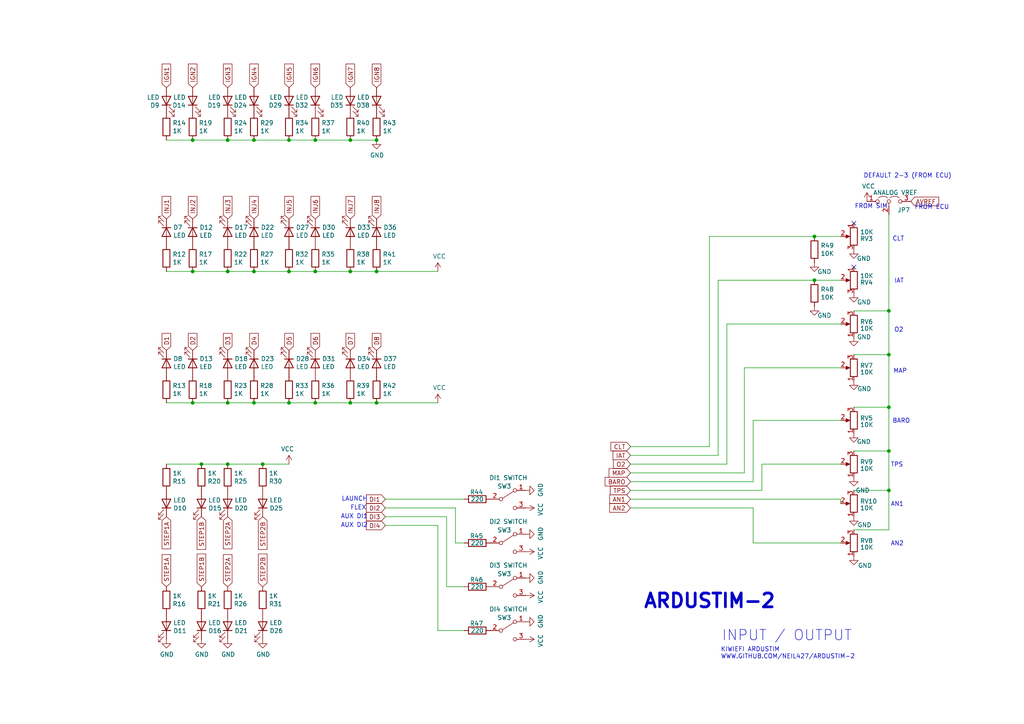
<source format=kicad_sch>
(kicad_sch (version 20230121) (generator eeschema)

  (uuid 66de1232-02f7-4e3d-a4d4-4bf8128abf5b)

  (paper "A4")

  (lib_symbols
    (symbol "Device:LED" (pin_numbers hide) (pin_names (offset 1.016) hide) (in_bom yes) (on_board yes)
      (property "Reference" "D" (at 0 2.54 0)
        (effects (font (size 1.27 1.27)))
      )
      (property "Value" "LED" (at 0 -2.54 0)
        (effects (font (size 1.27 1.27)))
      )
      (property "Footprint" "" (at 0 0 0)
        (effects (font (size 1.27 1.27)) hide)
      )
      (property "Datasheet" "~" (at 0 0 0)
        (effects (font (size 1.27 1.27)) hide)
      )
      (property "ki_keywords" "LED diode" (at 0 0 0)
        (effects (font (size 1.27 1.27)) hide)
      )
      (property "ki_description" "Light emitting diode" (at 0 0 0)
        (effects (font (size 1.27 1.27)) hide)
      )
      (property "ki_fp_filters" "LED* LED_SMD:* LED_THT:*" (at 0 0 0)
        (effects (font (size 1.27 1.27)) hide)
      )
      (symbol "LED_0_1"
        (polyline
          (pts
            (xy -1.27 -1.27)
            (xy -1.27 1.27)
          )
          (stroke (width 0.254) (type default))
          (fill (type none))
        )
        (polyline
          (pts
            (xy -1.27 0)
            (xy 1.27 0)
          )
          (stroke (width 0) (type default))
          (fill (type none))
        )
        (polyline
          (pts
            (xy 1.27 -1.27)
            (xy 1.27 1.27)
            (xy -1.27 0)
            (xy 1.27 -1.27)
          )
          (stroke (width 0.254) (type default))
          (fill (type none))
        )
        (polyline
          (pts
            (xy -3.048 -0.762)
            (xy -4.572 -2.286)
            (xy -3.81 -2.286)
            (xy -4.572 -2.286)
            (xy -4.572 -1.524)
          )
          (stroke (width 0) (type default))
          (fill (type none))
        )
        (polyline
          (pts
            (xy -1.778 -0.762)
            (xy -3.302 -2.286)
            (xy -2.54 -2.286)
            (xy -3.302 -2.286)
            (xy -3.302 -1.524)
          )
          (stroke (width 0) (type default))
          (fill (type none))
        )
      )
      (symbol "LED_1_1"
        (pin passive line (at -3.81 0 0) (length 2.54)
          (name "K" (effects (font (size 1.27 1.27))))
          (number "1" (effects (font (size 1.27 1.27))))
        )
        (pin passive line (at 3.81 0 180) (length 2.54)
          (name "A" (effects (font (size 1.27 1.27))))
          (number "2" (effects (font (size 1.27 1.27))))
        )
      )
    )
    (symbol "Device:R" (pin_numbers hide) (pin_names (offset 0)) (in_bom yes) (on_board yes)
      (property "Reference" "R" (at 2.032 0 90)
        (effects (font (size 1.27 1.27)))
      )
      (property "Value" "R" (at 0 0 90)
        (effects (font (size 1.27 1.27)))
      )
      (property "Footprint" "" (at -1.778 0 90)
        (effects (font (size 1.27 1.27)) hide)
      )
      (property "Datasheet" "~" (at 0 0 0)
        (effects (font (size 1.27 1.27)) hide)
      )
      (property "ki_keywords" "R res resistor" (at 0 0 0)
        (effects (font (size 1.27 1.27)) hide)
      )
      (property "ki_description" "Resistor" (at 0 0 0)
        (effects (font (size 1.27 1.27)) hide)
      )
      (property "ki_fp_filters" "R_*" (at 0 0 0)
        (effects (font (size 1.27 1.27)) hide)
      )
      (symbol "R_0_1"
        (rectangle (start -1.016 -2.54) (end 1.016 2.54)
          (stroke (width 0.254) (type default))
          (fill (type none))
        )
      )
      (symbol "R_1_1"
        (pin passive line (at 0 3.81 270) (length 1.27)
          (name "~" (effects (font (size 1.27 1.27))))
          (number "1" (effects (font (size 1.27 1.27))))
        )
        (pin passive line (at 0 -3.81 90) (length 1.27)
          (name "~" (effects (font (size 1.27 1.27))))
          (number "2" (effects (font (size 1.27 1.27))))
        )
      )
    )
    (symbol "Device:R_Potentiometer" (pin_names (offset 1.016) hide) (in_bom yes) (on_board yes)
      (property "Reference" "RV" (at -4.445 0 90)
        (effects (font (size 1.27 1.27)))
      )
      (property "Value" "R_Potentiometer" (at -2.54 0 90)
        (effects (font (size 1.27 1.27)))
      )
      (property "Footprint" "" (at 0 0 0)
        (effects (font (size 1.27 1.27)) hide)
      )
      (property "Datasheet" "~" (at 0 0 0)
        (effects (font (size 1.27 1.27)) hide)
      )
      (property "ki_keywords" "resistor variable" (at 0 0 0)
        (effects (font (size 1.27 1.27)) hide)
      )
      (property "ki_description" "Potentiometer" (at 0 0 0)
        (effects (font (size 1.27 1.27)) hide)
      )
      (property "ki_fp_filters" "Potentiometer*" (at 0 0 0)
        (effects (font (size 1.27 1.27)) hide)
      )
      (symbol "R_Potentiometer_0_1"
        (polyline
          (pts
            (xy 2.54 0)
            (xy 1.524 0)
          )
          (stroke (width 0) (type default))
          (fill (type none))
        )
        (polyline
          (pts
            (xy 1.143 0)
            (xy 2.286 0.508)
            (xy 2.286 -0.508)
            (xy 1.143 0)
          )
          (stroke (width 0) (type default))
          (fill (type outline))
        )
        (rectangle (start 1.016 2.54) (end -1.016 -2.54)
          (stroke (width 0.254) (type default))
          (fill (type none))
        )
      )
      (symbol "R_Potentiometer_1_1"
        (pin passive line (at 0 3.81 270) (length 1.27)
          (name "1" (effects (font (size 1.27 1.27))))
          (number "1" (effects (font (size 1.27 1.27))))
        )
        (pin passive line (at 3.81 0 180) (length 1.27)
          (name "2" (effects (font (size 1.27 1.27))))
          (number "2" (effects (font (size 1.27 1.27))))
        )
        (pin passive line (at 0 -3.81 90) (length 1.27)
          (name "3" (effects (font (size 1.27 1.27))))
          (number "3" (effects (font (size 1.27 1.27))))
        )
      )
    )
    (symbol "KiwiStim0.3-rescue:Jumper_3_Open-Jumper" (pin_names (offset 0) hide) (in_bom yes) (on_board yes)
      (property "Reference" "JP" (at -2.54 -2.54 0)
        (effects (font (size 1.27 1.27)))
      )
      (property "Value" "Jumper_Jumper_3_Open" (at 0 2.794 0)
        (effects (font (size 1.27 1.27)))
      )
      (property "Footprint" "" (at 0 0 0)
        (effects (font (size 1.27 1.27)) hide)
      )
      (property "Datasheet" "" (at 0 0 0)
        (effects (font (size 1.27 1.27)) hide)
      )
      (property "ki_fp_filters" "SolderJumper*Open*" (at 0 0 0)
        (effects (font (size 1.27 1.27)) hide)
      )
      (symbol "Jumper_3_Open-Jumper_0_0"
        (circle (center -3.302 0) (radius 0.508)
          (stroke (width 0) (type solid))
          (fill (type none))
        )
        (circle (center 0 0) (radius 0.508)
          (stroke (width 0) (type solid))
          (fill (type none))
        )
        (circle (center 3.302 0) (radius 0.508)
          (stroke (width 0) (type solid))
          (fill (type none))
        )
      )
      (symbol "Jumper_3_Open-Jumper_0_1"
        (arc (start -0.254 1.016) (mid -1.651 1.4992) (end -3.048 1.016)
          (stroke (width 0) (type solid))
          (fill (type none))
        )
        (polyline
          (pts
            (xy 0 -0.508)
            (xy 0 -1.27)
          )
          (stroke (width 0) (type solid))
          (fill (type none))
        )
        (arc (start 3.048 1.016) (mid 1.651 1.4992) (end 0.254 1.016)
          (stroke (width 0) (type solid))
          (fill (type none))
        )
      )
      (symbol "Jumper_3_Open-Jumper_1_1"
        (pin passive line (at -6.35 0 0) (length 2.54)
          (name "A" (effects (font (size 1.27 1.27))))
          (number "1" (effects (font (size 1.27 1.27))))
        )
        (pin input line (at 0 -3.81 90) (length 2.54)
          (name "C" (effects (font (size 1.27 1.27))))
          (number "2" (effects (font (size 1.27 1.27))))
        )
        (pin passive line (at 6.35 0 180) (length 2.54)
          (name "B" (effects (font (size 1.27 1.27))))
          (number "3" (effects (font (size 1.27 1.27))))
        )
      )
    )
    (symbol "Switch:SW_SPDT" (pin_names (offset 0) hide) (in_bom yes) (on_board yes)
      (property "Reference" "SW" (at 0 4.318 0)
        (effects (font (size 1.27 1.27)))
      )
      (property "Value" "SW_SPDT" (at 0 -5.08 0)
        (effects (font (size 1.27 1.27)))
      )
      (property "Footprint" "" (at 0 0 0)
        (effects (font (size 1.27 1.27)) hide)
      )
      (property "Datasheet" "~" (at 0 0 0)
        (effects (font (size 1.27 1.27)) hide)
      )
      (property "ki_keywords" "switch single-pole double-throw spdt ON-ON" (at 0 0 0)
        (effects (font (size 1.27 1.27)) hide)
      )
      (property "ki_description" "Switch, single pole double throw" (at 0 0 0)
        (effects (font (size 1.27 1.27)) hide)
      )
      (symbol "SW_SPDT_0_0"
        (circle (center -2.032 0) (radius 0.508)
          (stroke (width 0) (type default))
          (fill (type none))
        )
        (circle (center 2.032 -2.54) (radius 0.508)
          (stroke (width 0) (type default))
          (fill (type none))
        )
      )
      (symbol "SW_SPDT_0_1"
        (polyline
          (pts
            (xy -1.524 0.254)
            (xy 1.651 2.286)
          )
          (stroke (width 0) (type default))
          (fill (type none))
        )
        (circle (center 2.032 2.54) (radius 0.508)
          (stroke (width 0) (type default))
          (fill (type none))
        )
      )
      (symbol "SW_SPDT_1_1"
        (pin passive line (at 5.08 2.54 180) (length 2.54)
          (name "A" (effects (font (size 1.27 1.27))))
          (number "1" (effects (font (size 1.27 1.27))))
        )
        (pin passive line (at -5.08 0 0) (length 2.54)
          (name "B" (effects (font (size 1.27 1.27))))
          (number "2" (effects (font (size 1.27 1.27))))
        )
        (pin passive line (at 5.08 -2.54 180) (length 2.54)
          (name "C" (effects (font (size 1.27 1.27))))
          (number "3" (effects (font (size 1.27 1.27))))
        )
      )
    )
    (symbol "power:GND" (power) (pin_names (offset 0)) (in_bom yes) (on_board yes)
      (property "Reference" "#PWR" (at 0 -6.35 0)
        (effects (font (size 1.27 1.27)) hide)
      )
      (property "Value" "GND" (at 0 -3.81 0)
        (effects (font (size 1.27 1.27)))
      )
      (property "Footprint" "" (at 0 0 0)
        (effects (font (size 1.27 1.27)) hide)
      )
      (property "Datasheet" "" (at 0 0 0)
        (effects (font (size 1.27 1.27)) hide)
      )
      (property "ki_keywords" "global power" (at 0 0 0)
        (effects (font (size 1.27 1.27)) hide)
      )
      (property "ki_description" "Power symbol creates a global label with name \"GND\" , ground" (at 0 0 0)
        (effects (font (size 1.27 1.27)) hide)
      )
      (symbol "GND_0_1"
        (polyline
          (pts
            (xy 0 0)
            (xy 0 -1.27)
            (xy 1.27 -1.27)
            (xy 0 -2.54)
            (xy -1.27 -1.27)
            (xy 0 -1.27)
          )
          (stroke (width 0) (type default))
          (fill (type none))
        )
      )
      (symbol "GND_1_1"
        (pin power_in line (at 0 0 270) (length 0) hide
          (name "GND" (effects (font (size 1.27 1.27))))
          (number "1" (effects (font (size 1.27 1.27))))
        )
      )
    )
    (symbol "power:VCC" (power) (pin_names (offset 0)) (in_bom yes) (on_board yes)
      (property "Reference" "#PWR" (at 0 -3.81 0)
        (effects (font (size 1.27 1.27)) hide)
      )
      (property "Value" "VCC" (at 0 3.81 0)
        (effects (font (size 1.27 1.27)))
      )
      (property "Footprint" "" (at 0 0 0)
        (effects (font (size 1.27 1.27)) hide)
      )
      (property "Datasheet" "" (at 0 0 0)
        (effects (font (size 1.27 1.27)) hide)
      )
      (property "ki_keywords" "global power" (at 0 0 0)
        (effects (font (size 1.27 1.27)) hide)
      )
      (property "ki_description" "Power symbol creates a global label with name \"VCC\"" (at 0 0 0)
        (effects (font (size 1.27 1.27)) hide)
      )
      (symbol "VCC_0_1"
        (polyline
          (pts
            (xy -0.762 1.27)
            (xy 0 2.54)
          )
          (stroke (width 0) (type default))
          (fill (type none))
        )
        (polyline
          (pts
            (xy 0 0)
            (xy 0 2.54)
          )
          (stroke (width 0) (type default))
          (fill (type none))
        )
        (polyline
          (pts
            (xy 0 2.54)
            (xy 0.762 1.27)
          )
          (stroke (width 0) (type default))
          (fill (type none))
        )
      )
      (symbol "VCC_1_1"
        (pin power_in line (at 0 0 90) (length 0) hide
          (name "VCC" (effects (font (size 1.27 1.27))))
          (number "1" (effects (font (size 1.27 1.27))))
        )
      )
    )
  )

  (junction (at 55.88 78.74) (diameter 0) (color 0 0 0 0)
    (uuid 1ab85e7e-8f48-4010-ab03-c0a83f73f138)
  )
  (junction (at 66.04 78.74) (diameter 0) (color 0 0 0 0)
    (uuid 2a0c8560-a5a7-4dd3-9805-5769503bed76)
  )
  (junction (at 76.2 134.62) (diameter 0) (color 0 0 0 0)
    (uuid 3c89e92e-edfa-4f8b-8586-986756d0a075)
  )
  (junction (at 101.6 78.74) (diameter 0) (color 0 0 0 0)
    (uuid 3d7b73f2-5880-44cc-8571-2d7875d8fad4)
  )
  (junction (at 236.22 81.28) (diameter 0) (color 0 0 0 0)
    (uuid 444cdcc7-5ff9-42a0-9872-819c3393c2df)
  )
  (junction (at 73.66 116.84) (diameter 0) (color 0 0 0 0)
    (uuid 445a5d04-d41e-49bd-9ae2-ef234e5bcb85)
  )
  (junction (at 109.22 116.84) (diameter 0) (color 0 0 0 0)
    (uuid 4db52518-82a9-49c5-a399-121d845710cd)
  )
  (junction (at 91.44 40.64) (diameter 0) (color 0 0 0 0)
    (uuid 596d9919-4938-4b71-82f4-3369212813ca)
  )
  (junction (at 109.22 78.74) (diameter 0) (color 0 0 0 0)
    (uuid 5b3193f3-db04-4f02-b142-e9a960b9eea4)
  )
  (junction (at 55.88 40.64) (diameter 0) (color 0 0 0 0)
    (uuid 66d3076b-292e-4e9e-b8ff-a2a635cbc010)
  )
  (junction (at 101.6 40.64) (diameter 0) (color 0 0 0 0)
    (uuid 69ecdcab-9953-40f1-a60b-d40374339963)
  )
  (junction (at 257.81 118.11) (diameter 0) (color 0 0 0 0)
    (uuid 6a6300d2-751c-456b-8c8c-5dec1dd52120)
  )
  (junction (at 66.04 40.64) (diameter 0) (color 0 0 0 0)
    (uuid 6b2afb87-6bee-4df1-98f4-d9c691609a50)
  )
  (junction (at 257.81 130.81) (diameter 0) (color 0 0 0 0)
    (uuid 7391a393-5ffa-46b2-9664-694507b2f748)
  )
  (junction (at 66.04 116.84) (diameter 0) (color 0 0 0 0)
    (uuid 88f17393-0dd1-4210-8a10-26a56fb6304e)
  )
  (junction (at 257.81 90.17) (diameter 0) (color 0 0 0 0)
    (uuid 8d7a5e8c-ec7c-4593-a5b9-1bb325196f6e)
  )
  (junction (at 66.04 134.62) (diameter 0) (color 0 0 0 0)
    (uuid 93b8d55a-c589-4306-b06c-92c7ae30f35d)
  )
  (junction (at 91.44 116.84) (diameter 0) (color 0 0 0 0)
    (uuid b115c500-d4ad-425e-862b-139aa5e1d77c)
  )
  (junction (at 257.81 142.24) (diameter 0) (color 0 0 0 0)
    (uuid ba2088de-d873-4293-a6ed-50c3b4eb229d)
  )
  (junction (at 109.22 40.64) (diameter 0) (color 0 0 0 0)
    (uuid c0adb10e-72c1-46d7-bf19-a825ec15f634)
  )
  (junction (at 91.44 78.74) (diameter 0) (color 0 0 0 0)
    (uuid c145a5c8-f825-4e2d-af51-5a7a785c43d7)
  )
  (junction (at 73.66 40.64) (diameter 0) (color 0 0 0 0)
    (uuid cd02e0ca-40c9-4eb8-b2e0-c37295dd28dd)
  )
  (junction (at 55.88 116.84) (diameter 0) (color 0 0 0 0)
    (uuid d3b4ea47-6b03-4f92-9849-db4b6730c75b)
  )
  (junction (at 257.81 102.87) (diameter 0) (color 0 0 0 0)
    (uuid da9cdec1-d6f5-4b7d-90ff-77cf6fd611b1)
  )
  (junction (at 83.82 78.74) (diameter 0) (color 0 0 0 0)
    (uuid e55ffa2d-1e0d-42a0-8dde-8c5862dcfe6d)
  )
  (junction (at 83.82 40.64) (diameter 0) (color 0 0 0 0)
    (uuid ecb26979-343f-446a-bd11-6edd445a82a6)
  )
  (junction (at 73.66 78.74) (diameter 0) (color 0 0 0 0)
    (uuid ee5ba8e5-a136-46a6-9f98-9340f95f4fc4)
  )
  (junction (at 83.82 116.84) (diameter 0) (color 0 0 0 0)
    (uuid f0180782-6371-4532-b7cc-b3a5e462d392)
  )
  (junction (at 101.6 116.84) (diameter 0) (color 0 0 0 0)
    (uuid f1be7ea5-9d16-4115-bf31-1d5235ddedd0)
  )
  (junction (at 236.22 68.58) (diameter 0) (color 0 0 0 0)
    (uuid f8c0ed07-9690-4030-8d0b-780445f40338)
  )
  (junction (at 58.42 134.62) (diameter 0) (color 0 0 0 0)
    (uuid fce0bef5-e50a-48ab-a932-118efb762e83)
  )

  (no_connect (at 247.65 77.47) (uuid 93539330-4bc6-4a1b-9350-4623dc0316c9))
  (no_connect (at 247.65 64.77) (uuid b5e69c3d-0f02-40cc-acf3-a129a6a2c10b))

  (wire (pts (xy 243.84 144.78) (xy 243.84 146.05))
    (stroke (width 0) (type default))
    (uuid 00f0277c-516b-4287-9ef8-582468151ad1)
  )
  (wire (pts (xy 218.44 147.32) (xy 218.44 157.48))
    (stroke (width 0) (type default))
    (uuid 01893b5e-84b0-491a-b2cd-e084393bf41f)
  )
  (wire (pts (xy 127 182.88) (xy 127 152.4))
    (stroke (width 0) (type default))
    (uuid 02c09417-7c82-41f2-bcdc-f63669ea85cd)
  )
  (wire (pts (xy 247.65 118.11) (xy 257.81 118.11))
    (stroke (width 0) (type default))
    (uuid 03d3d4a1-ba06-41e6-8db9-03411574cc5e)
  )
  (wire (pts (xy 257.81 118.11) (xy 257.81 130.81))
    (stroke (width 0) (type default))
    (uuid 05482908-3745-46e6-9b4e-a422bc9ce7f5)
  )
  (wire (pts (xy 66.04 40.64) (xy 55.88 40.64))
    (stroke (width 0) (type default))
    (uuid 05f44f1a-5389-4a00-b3f5-d820c263eda5)
  )
  (wire (pts (xy 132.08 147.32) (xy 111.76 147.32))
    (stroke (width 0) (type default))
    (uuid 08beda58-e6bb-4a4c-927d-6ee5e6a792c0)
  )
  (wire (pts (xy 76.2 134.62) (xy 83.82 134.62))
    (stroke (width 0) (type default))
    (uuid 09611bc8-e6fd-4ccd-b324-935de420f16f)
  )
  (wire (pts (xy 55.88 116.84) (xy 48.26 116.84))
    (stroke (width 0) (type default))
    (uuid 0a7cfb54-9296-498f-aeee-575ce7fd6eb9)
  )
  (wire (pts (xy 257.81 130.81) (xy 257.81 142.24))
    (stroke (width 0) (type default))
    (uuid 0ded7b6e-9b9f-4dc4-8f6a-20100be1b59c)
  )
  (wire (pts (xy 134.62 157.48) (xy 132.08 157.48))
    (stroke (width 0) (type default))
    (uuid 1182ed87-9d9e-4a93-8cbd-6e4013a81ab5)
  )
  (wire (pts (xy 247.65 102.87) (xy 257.81 102.87))
    (stroke (width 0) (type default))
    (uuid 15d29a8f-42fd-493e-a3ac-aa2f432c47ce)
  )
  (wire (pts (xy 55.88 40.64) (xy 48.26 40.64))
    (stroke (width 0) (type default))
    (uuid 18f3a32f-2e7f-4fb6-b660-78d019bccccf)
  )
  (wire (pts (xy 101.6 116.84) (xy 91.44 116.84))
    (stroke (width 0) (type default))
    (uuid 266124cf-83f6-49d3-9cb8-c96a6ca84fe1)
  )
  (wire (pts (xy 220.98 134.62) (xy 243.84 134.62))
    (stroke (width 0) (type default))
    (uuid 2763fa7c-158f-42ce-946a-637c2ab780b9)
  )
  (wire (pts (xy 236.22 81.28) (xy 243.84 81.28))
    (stroke (width 0) (type default))
    (uuid 281ad086-a355-4267-a3e6-a0ee744490f0)
  )
  (wire (pts (xy 182.88 147.32) (xy 218.44 147.32))
    (stroke (width 0) (type default))
    (uuid 2f62d0a1-e980-4cde-8042-0f92863bdaf4)
  )
  (wire (pts (xy 129.54 149.86) (xy 111.76 149.86))
    (stroke (width 0) (type default))
    (uuid 2f669a57-ad50-485a-ab49-7119023b46d4)
  )
  (wire (pts (xy 73.66 78.74) (xy 83.82 78.74))
    (stroke (width 0) (type default))
    (uuid 2ff5f0e4-e2cb-4177-892f-f2d6e632866e)
  )
  (wire (pts (xy 127 116.84) (xy 109.22 116.84))
    (stroke (width 0) (type default))
    (uuid 35147642-f783-4609-80cb-b447c2f8ea17)
  )
  (wire (pts (xy 247.65 90.17) (xy 257.81 90.17))
    (stroke (width 0) (type default))
    (uuid 365377c3-8443-445e-9492-a03eb02c6858)
  )
  (wire (pts (xy 66.04 134.62) (xy 58.42 134.62))
    (stroke (width 0) (type default))
    (uuid 3b986e80-32bb-4868-8bbe-b3a6437d0b5a)
  )
  (wire (pts (xy 134.62 182.88) (xy 127 182.88))
    (stroke (width 0) (type default))
    (uuid 3e9d59c6-69fc-4675-afb6-db9dd5d5b4a8)
  )
  (wire (pts (xy 218.44 121.92) (xy 218.44 139.7))
    (stroke (width 0) (type default))
    (uuid 41cd8d34-a555-4c9d-a7f3-30d2c0eda8b5)
  )
  (wire (pts (xy 109.22 116.84) (xy 101.6 116.84))
    (stroke (width 0) (type default))
    (uuid 438104c3-aaee-4d39-b61f-92f21ddf88fe)
  )
  (wire (pts (xy 247.65 130.81) (xy 257.81 130.81))
    (stroke (width 0) (type default))
    (uuid 46d9f339-233c-4372-966c-39728de3284d)
  )
  (wire (pts (xy 132.08 157.48) (xy 132.08 147.32))
    (stroke (width 0) (type default))
    (uuid 4ee4f3d7-b67c-4236-affd-6a983d8b8fd1)
  )
  (wire (pts (xy 205.74 68.58) (xy 236.22 68.58))
    (stroke (width 0) (type default))
    (uuid 4f0eaaca-922d-4a65-89de-e614b8720f84)
  )
  (wire (pts (xy 83.82 78.74) (xy 91.44 78.74))
    (stroke (width 0) (type default))
    (uuid 58892272-4854-44dd-88a4-1ffd50262b2a)
  )
  (wire (pts (xy 55.88 78.74) (xy 48.26 78.74))
    (stroke (width 0) (type default))
    (uuid 5b1c4079-d77f-4ea9-af8f-543c431bf1d2)
  )
  (wire (pts (xy 257.81 102.87) (xy 257.81 118.11))
    (stroke (width 0) (type default))
    (uuid 61dc509f-b937-4c1d-95fb-27c34ddea657)
  )
  (wire (pts (xy 109.22 78.74) (xy 101.6 78.74))
    (stroke (width 0) (type default))
    (uuid 6bf0c8cc-b401-4353-9a1a-22b34a888080)
  )
  (wire (pts (xy 73.66 78.74) (xy 66.04 78.74))
    (stroke (width 0) (type default))
    (uuid 6cc568a9-b8f4-491e-b46b-938f71bf9523)
  )
  (wire (pts (xy 208.28 132.08) (xy 208.28 81.28))
    (stroke (width 0) (type default))
    (uuid 70e5d23b-821e-4fd9-89bf-09e3f5c6b769)
  )
  (wire (pts (xy 134.62 170.18) (xy 129.54 170.18))
    (stroke (width 0) (type default))
    (uuid 730e9989-f73a-434b-b7a9-c63cfc84c16e)
  )
  (wire (pts (xy 66.04 78.74) (xy 55.88 78.74))
    (stroke (width 0) (type default))
    (uuid 7416b9fa-eee3-43e0-93e7-f72707a73637)
  )
  (wire (pts (xy 101.6 78.74) (xy 91.44 78.74))
    (stroke (width 0) (type default))
    (uuid 754d743b-213c-4299-8e46-f35264a14bcf)
  )
  (wire (pts (xy 257.81 90.17) (xy 257.81 102.87))
    (stroke (width 0) (type default))
    (uuid 78cd5f67-5358-4d8b-8716-ed096ce8a97c)
  )
  (wire (pts (xy 73.66 40.64) (xy 83.82 40.64))
    (stroke (width 0) (type default))
    (uuid 846a2aec-4493-454b-baab-9fc2a0ba5a6a)
  )
  (wire (pts (xy 215.9 137.16) (xy 215.9 106.68))
    (stroke (width 0) (type default))
    (uuid 8c97455d-1ed5-4634-8aff-b867cff580a1)
  )
  (wire (pts (xy 220.98 142.24) (xy 220.98 134.62))
    (stroke (width 0) (type default))
    (uuid 8d564acf-9b72-4772-87fe-df09386c3e65)
  )
  (wire (pts (xy 73.66 116.84) (xy 66.04 116.84))
    (stroke (width 0) (type default))
    (uuid 9099178b-f96f-499f-a1b7-90acac58fed3)
  )
  (wire (pts (xy 58.42 134.62) (xy 48.26 134.62))
    (stroke (width 0) (type default))
    (uuid 91172bf4-e359-47e1-a1c5-9b6fd61600c1)
  )
  (wire (pts (xy 208.28 81.28) (xy 236.22 81.28))
    (stroke (width 0) (type default))
    (uuid 923eef9d-20bc-4dac-b521-789ee28244ef)
  )
  (wire (pts (xy 215.9 106.68) (xy 243.84 106.68))
    (stroke (width 0) (type default))
    (uuid 9546dc0a-1604-45ba-9456-d4120323b1c5)
  )
  (wire (pts (xy 182.88 129.54) (xy 205.74 129.54))
    (stroke (width 0) (type default))
    (uuid 96fe0dc6-d2b2-499a-8f61-f939a807da35)
  )
  (wire (pts (xy 182.88 139.7) (xy 218.44 139.7))
    (stroke (width 0) (type default))
    (uuid 9d33fbb2-6167-400a-bda0-b43816fc0684)
  )
  (wire (pts (xy 182.88 142.24) (xy 220.98 142.24))
    (stroke (width 0) (type default))
    (uuid 9e739474-43d9-47e3-a3ca-61db26fdcce9)
  )
  (wire (pts (xy 247.65 142.24) (xy 257.81 142.24))
    (stroke (width 0) (type default))
    (uuid 9ea6e70f-6cb5-4736-9d31-8c32eb6e0f53)
  )
  (wire (pts (xy 218.44 121.92) (xy 243.84 121.92))
    (stroke (width 0) (type default))
    (uuid a6d2852c-55b4-42a8-a683-bec91884d8b3)
  )
  (wire (pts (xy 208.28 132.08) (xy 182.88 132.08))
    (stroke (width 0) (type default))
    (uuid b0cd69af-d87e-4ee4-b073-c16a6b646ad4)
  )
  (wire (pts (xy 182.88 144.78) (xy 243.84 144.78))
    (stroke (width 0) (type default))
    (uuid b368b215-9299-422c-9f5f-43e185c8fcee)
  )
  (wire (pts (xy 66.04 116.84) (xy 55.88 116.84))
    (stroke (width 0) (type default))
    (uuid b56ea2ea-3d7d-45f5-b05a-7e2a2e1d0a26)
  )
  (wire (pts (xy 247.65 153.67) (xy 257.81 153.67))
    (stroke (width 0) (type default))
    (uuid b5f72e9c-448c-49ac-90ad-57e11fa94e5f)
  )
  (wire (pts (xy 257.81 62.23) (xy 257.81 90.17))
    (stroke (width 0) (type default))
    (uuid b702a01a-e5ce-47a7-b57b-31228409b621)
  )
  (wire (pts (xy 218.44 157.48) (xy 243.84 157.48))
    (stroke (width 0) (type default))
    (uuid bd589386-b412-48af-95d0-c14eaef6d339)
  )
  (wire (pts (xy 129.54 170.18) (xy 129.54 149.86))
    (stroke (width 0) (type default))
    (uuid beaa8c54-29c5-4b94-8fcd-ce9566d5a483)
  )
  (wire (pts (xy 257.81 142.24) (xy 257.81 153.67))
    (stroke (width 0) (type default))
    (uuid c1b4842b-8c93-4087-9d5c-01534ab33fcb)
  )
  (wire (pts (xy 236.22 68.58) (xy 243.84 68.58))
    (stroke (width 0) (type default))
    (uuid cbda3afb-11f3-472a-9ffb-cec0a3d612ec)
  )
  (wire (pts (xy 73.66 40.64) (xy 66.04 40.64))
    (stroke (width 0) (type default))
    (uuid cf9bcdfc-6b29-476e-828d-5d3956d63952)
  )
  (wire (pts (xy 83.82 116.84) (xy 91.44 116.84))
    (stroke (width 0) (type default))
    (uuid d48f331f-71a6-473c-9214-48a66a9aef1a)
  )
  (wire (pts (xy 109.22 40.64) (xy 101.6 40.64))
    (stroke (width 0) (type default))
    (uuid d6c2d538-28f1-47a8-ae78-efd271bc57ba)
  )
  (wire (pts (xy 83.82 40.64) (xy 91.44 40.64))
    (stroke (width 0) (type default))
    (uuid da20e428-7301-45ac-aced-eb1d32c27dcc)
  )
  (wire (pts (xy 210.82 134.62) (xy 182.88 134.62))
    (stroke (width 0) (type default))
    (uuid df64938c-d945-4493-80c8-72655080d53e)
  )
  (wire (pts (xy 127 78.74) (xy 109.22 78.74))
    (stroke (width 0) (type default))
    (uuid e1d08a0b-77f7-4cb5-85e1-47b9bc576537)
  )
  (wire (pts (xy 210.82 134.62) (xy 210.82 93.98))
    (stroke (width 0) (type default))
    (uuid e5fe8436-838e-49c1-8ac2-3d868838533e)
  )
  (wire (pts (xy 73.66 116.84) (xy 83.82 116.84))
    (stroke (width 0) (type default))
    (uuid ebee9dd8-54fb-4b51-9166-eb3e7b2e02c4)
  )
  (wire (pts (xy 111.76 144.78) (xy 134.62 144.78))
    (stroke (width 0) (type default))
    (uuid ecb906a3-bba0-4d57-95cf-90de2605b9eb)
  )
  (wire (pts (xy 210.82 93.98) (xy 243.84 93.98))
    (stroke (width 0) (type default))
    (uuid ed4671a9-24b7-42db-aba5-996992b3873d)
  )
  (wire (pts (xy 205.74 68.58) (xy 205.74 129.54))
    (stroke (width 0) (type default))
    (uuid ee1405b6-4740-4000-9ab6-0115a196ed1b)
  )
  (wire (pts (xy 127 152.4) (xy 111.76 152.4))
    (stroke (width 0) (type default))
    (uuid ee90e33c-610a-478b-8b7d-ce031070c2bd)
  )
  (wire (pts (xy 76.2 134.62) (xy 66.04 134.62))
    (stroke (width 0) (type default))
    (uuid f0364a63-2b52-4193-a6d5-2016dd3c4728)
  )
  (wire (pts (xy 215.9 137.16) (xy 182.88 137.16))
    (stroke (width 0) (type default))
    (uuid f6694eeb-34d4-4c98-94a3-96f8c108c58c)
  )
  (wire (pts (xy 101.6 40.64) (xy 91.44 40.64))
    (stroke (width 0) (type default))
    (uuid f970c891-a8a6-4fd8-9b21-66d978de8cc5)
  )

  (text "KIWIEFI ARDUSTIM\nWWW.GITHUB.COM/NEIL427/ARDUSTIM-2"
    (at 209.042 191.262 0)
    (effects (font (size 1.27 1.27)) (justify left bottom))
    (uuid 193db523-a1b4-495d-943b-b8ba2d33dcfa)
  )
  (text "O2" (at 259.334 96.52 0)
    (effects (font (size 1.27 1.27)) (justify left bottom))
    (uuid 2cde397a-3eb2-42f7-9065-0ddaed4e7c8a)
  )
  (text "INPUT / OUTPUT" (at 209.296 186.182 0)
    (effects (font (size 3 3)) (justify left bottom))
    (uuid 496bd48f-2caa-4f08-9b82-c71a375880b1)
  )
  (text "CLT" (at 258.826 70.104 0)
    (effects (font (size 1.27 1.27)) (justify left bottom))
    (uuid 6de7f251-101d-419f-977d-291471f38e0c)
  )
  (text "LAUNCH" (at 99.06 145.542 0)
    (effects (font (size 1.27 1.27)) (justify left bottom))
    (uuid 74280ec9-88ec-42ca-9fd8-1835ac768e90)
  )
  (text "AN2" (at 258.318 158.496 0)
    (effects (font (size 1.27 1.27)) (justify left bottom))
    (uuid 744c8139-1868-4720-a2e9-fc4fddc67668)
  )
  (text "ARDUSTIM-2" (at 186.436 176.784 0)
    (effects (font (size 4 4) (thickness 0.8) bold) (justify left bottom))
    (uuid 75313d20-042c-413b-959f-52c64bee5879)
  )
  (text "BARO" (at 258.826 122.936 0)
    (effects (font (size 1.27 1.27)) (justify left bottom))
    (uuid 75b3d9a4-a5c4-4205-86c9-b5ca2ba6d2bf)
  )
  (text "FLEX" (at 101.6 148.082 0)
    (effects (font (size 1.27 1.27)) (justify left bottom))
    (uuid 7836703b-b56f-4964-b386-e6870549b3df)
  )
  (text "FROM ECU" (at 265.2522 60.9092 0)
    (effects (font (size 1.27 1.27)) (justify left bottom))
    (uuid a6128d52-ea6b-4548-b9cd-b46e113a0098)
  )
  (text "MAP" (at 259.08 108.458 0)
    (effects (font (size 1.27 1.27)) (justify left bottom))
    (uuid bf46201b-2b25-4263-833a-ec7763551df8)
  )
  (text "AUX DI2" (at 98.806 153.162 0)
    (effects (font (size 1.27 1.27)) (justify left bottom))
    (uuid cec3d7f3-18ed-4203-b69b-b0035a98e2ee)
  )
  (text "AN1" (at 258.318 147.066 0)
    (effects (font (size 1.27 1.27)) (justify left bottom))
    (uuid d38be88f-77ba-4ffd-9239-afd630e034e4)
  )
  (text "DEFAULT 2-3 (FROM ECU)" (at 250.444 51.816 0)
    (effects (font (size 1.27 1.27)) (justify left bottom))
    (uuid e866f24f-af41-477f-b545-c43c5d2dd7c6)
  )
  (text "AUX DI1" (at 98.806 150.622 0)
    (effects (font (size 1.27 1.27)) (justify left bottom))
    (uuid ed7ef39d-a55b-42e9-8afb-c9344afbcc05)
  )
  (text "TPS" (at 258.318 135.636 0)
    (effects (font (size 1.27 1.27)) (justify left bottom))
    (uuid eec96c7f-b219-453a-9ad6-7a9901b2c3ba)
  )
  (text "IAT" (at 259.334 82.296 0)
    (effects (font (size 1.27 1.27)) (justify left bottom))
    (uuid ef30c301-4761-45e8-a243-0c7d78db4810)
  )
  (text "FROM SIM" (at 247.8786 60.6806 0)
    (effects (font (size 1.27 1.27)) (justify left bottom))
    (uuid fa4623fc-57b1-4e54-9ca4-f652d50ea37e)
  )

  (global_label "STEP2A" (shape input) (at 66.04 170.18 90)
    (effects (font (size 1.27 1.27)) (justify left))
    (uuid 03eb8474-687b-4588-83b5-8ff56ee1687d)
    (property "Intersheetrefs" "${INTERSHEET_REFS}" (at 66.04 170.18 0)
      (effects (font (size 1.27 1.27)) hide)
    )
  )
  (global_label "STEP1B" (shape input) (at 58.42 149.86 270)
    (effects (font (size 1.27 1.27)) (justify right))
    (uuid 040c16d8-f6aa-472a-873a-bce560e32c85)
    (property "Intersheetrefs" "${INTERSHEET_REFS}" (at 58.42 149.86 0)
      (effects (font (size 1.27 1.27)) hide)
    )
  )
  (global_label "DI3" (shape input) (at 111.76 149.86 180) (fields_autoplaced)
    (effects (font (size 1.27 1.27)) (justify right))
    (uuid 08dc68e9-0da2-46ef-bf8b-c7cc59d894d6)
    (property "Intersheetrefs" "${INTERSHEET_REFS}" (at 106.4241 149.86 0)
      (effects (font (size 1.27 1.27)) (justify right) hide)
    )
  )
  (global_label "INJ4" (shape input) (at 73.66 63.5 90)
    (effects (font (size 1.27 1.27)) (justify left))
    (uuid 0cdefde9-de07-4628-873d-cc17c28348b4)
    (property "Intersheetrefs" "${INTERSHEET_REFS}" (at 73.66 63.5 0)
      (effects (font (size 1.27 1.27)) hide)
    )
  )
  (global_label "STEP1B" (shape input) (at 58.42 170.18 90)
    (effects (font (size 1.27 1.27)) (justify left))
    (uuid 104c0c99-8b88-4736-be23-a9e1a4d8a191)
    (property "Intersheetrefs" "${INTERSHEET_REFS}" (at 58.42 170.18 0)
      (effects (font (size 1.27 1.27)) hide)
    )
  )
  (global_label "BARO" (shape input) (at 182.88 139.7 180) (fields_autoplaced)
    (effects (font (size 1.27 1.27)) (justify right))
    (uuid 16a3fa38-140b-40aa-a65f-56eaf4c8012f)
    (property "Intersheetrefs" "${INTERSHEET_REFS}" (at 175.6693 139.7 0)
      (effects (font (size 1.27 1.27)) (justify right) hide)
    )
  )
  (global_label "IGN3" (shape input) (at 66.04 25.4 90)
    (effects (font (size 1.27 1.27)) (justify left))
    (uuid 1808dbfa-45fb-44f1-9692-c958f79a5912)
    (property "Intersheetrefs" "${INTERSHEET_REFS}" (at 66.04 25.4 0)
      (effects (font (size 1.27 1.27)) hide)
    )
  )
  (global_label "STEP1A" (shape input) (at 48.26 170.18 90)
    (effects (font (size 1.27 1.27)) (justify left))
    (uuid 19e6b704-ef3a-42ef-8295-520486c7bce4)
    (property "Intersheetrefs" "${INTERSHEET_REFS}" (at 48.26 170.18 0)
      (effects (font (size 1.27 1.27)) hide)
    )
  )
  (global_label "IGN4" (shape input) (at 73.66 25.4 90)
    (effects (font (size 1.27 1.27)) (justify left))
    (uuid 1ac27343-6afe-4f61-9cf4-31d2801b7199)
    (property "Intersheetrefs" "${INTERSHEET_REFS}" (at 73.66 25.4 0)
      (effects (font (size 1.27 1.27)) hide)
    )
  )
  (global_label "STEP2B" (shape input) (at 76.2 170.18 90)
    (effects (font (size 1.27 1.27)) (justify left))
    (uuid 1ce804b4-c544-4510-8494-de32a9ca32b5)
    (property "Intersheetrefs" "${INTERSHEET_REFS}" (at 76.2 170.18 0)
      (effects (font (size 1.27 1.27)) hide)
    )
  )
  (global_label "IGN8" (shape input) (at 109.22 25.4 90)
    (effects (font (size 1.27 1.27)) (justify left))
    (uuid 23323846-4fab-4824-a79c-6f9e3589442d)
    (property "Intersheetrefs" "${INTERSHEET_REFS}" (at 109.22 25.4 0)
      (effects (font (size 1.27 1.27)) hide)
    )
  )
  (global_label "IGN6" (shape input) (at 91.44 25.4 90)
    (effects (font (size 1.27 1.27)) (justify left))
    (uuid 23938ba8-00dc-405c-bb60-3608c09f277e)
    (property "Intersheetrefs" "${INTERSHEET_REFS}" (at 91.44 25.4 0)
      (effects (font (size 1.27 1.27)) hide)
    )
  )
  (global_label "D3" (shape input) (at 66.04 101.6 90)
    (effects (font (size 1.27 1.27)) (justify left))
    (uuid 26ca783e-6acf-4125-81cd-1df3c8255b5f)
    (property "Intersheetrefs" "${INTERSHEET_REFS}" (at 66.04 101.6 0)
      (effects (font (size 1.27 1.27)) hide)
    )
  )
  (global_label "DI4" (shape input) (at 111.76 152.4 180) (fields_autoplaced)
    (effects (font (size 1.27 1.27)) (justify right))
    (uuid 35217b7d-b58e-494b-8be0-8dcea6235861)
    (property "Intersheetrefs" "${INTERSHEET_REFS}" (at 106.4241 152.4 0)
      (effects (font (size 1.27 1.27)) (justify right) hide)
    )
  )
  (global_label "AN2" (shape input) (at 182.88 147.32 180) (fields_autoplaced)
    (effects (font (size 1.27 1.27)) (justify right))
    (uuid 37f1d752-76fc-4932-9df4-2c8191c5dfd5)
    (property "Intersheetrefs" "${INTERSHEET_REFS}" (at 176.9998 147.32 0)
      (effects (font (size 1.27 1.27)) (justify right) hide)
    )
  )
  (global_label "D7" (shape input) (at 101.6 101.6 90)
    (effects (font (size 1.27 1.27)) (justify left))
    (uuid 3ccecc47-57f5-416f-8bf4-67cae1b2e8e7)
    (property "Intersheetrefs" "${INTERSHEET_REFS}" (at 101.6 101.6 0)
      (effects (font (size 1.27 1.27)) hide)
    )
  )
  (global_label "CLT" (shape input) (at 182.88 129.54 180)
    (effects (font (size 1.27 1.27)) (justify right))
    (uuid 456b33f6-0d7b-4f05-9efa-6cc36758aa81)
    (property "Intersheetrefs" "${INTERSHEET_REFS}" (at 182.88 129.54 0)
      (effects (font (size 1.27 1.27)) hide)
    )
  )
  (global_label "STEP2A" (shape input) (at 66.04 149.86 270)
    (effects (font (size 1.27 1.27)) (justify right))
    (uuid 534990bc-cb8a-4f2d-8fa7-82c8fb60dbed)
    (property "Intersheetrefs" "${INTERSHEET_REFS}" (at 66.04 149.86 0)
      (effects (font (size 1.27 1.27)) hide)
    )
  )
  (global_label "INJ3" (shape input) (at 66.04 63.5 90)
    (effects (font (size 1.27 1.27)) (justify left))
    (uuid 5aff82d4-85fd-4148-bd20-7faea97e9324)
    (property "Intersheetrefs" "${INTERSHEET_REFS}" (at 66.04 63.5 0)
      (effects (font (size 1.27 1.27)) hide)
    )
  )
  (global_label "D2" (shape input) (at 55.88 101.6 90)
    (effects (font (size 1.27 1.27)) (justify left))
    (uuid 5bb6860e-0425-4908-9666-2b0da0cd283e)
    (property "Intersheetrefs" "${INTERSHEET_REFS}" (at 55.88 101.6 0)
      (effects (font (size 1.27 1.27)) hide)
    )
  )
  (global_label "INJ8" (shape input) (at 109.22 63.5 90)
    (effects (font (size 1.27 1.27)) (justify left))
    (uuid 5ebaff39-566c-426a-969c-df5672ca0b00)
    (property "Intersheetrefs" "${INTERSHEET_REFS}" (at 109.22 63.5 0)
      (effects (font (size 1.27 1.27)) hide)
    )
  )
  (global_label "INJ7" (shape input) (at 101.6 63.5 90)
    (effects (font (size 1.27 1.27)) (justify left))
    (uuid 64509be0-63ab-4c8b-957a-0c2b5c760d39)
    (property "Intersheetrefs" "${INTERSHEET_REFS}" (at 101.6 63.5 0)
      (effects (font (size 1.27 1.27)) hide)
    )
  )
  (global_label "IAT" (shape input) (at 182.88 132.08 180)
    (effects (font (size 1.27 1.27)) (justify right))
    (uuid 77bfb249-d0c7-4fe5-a89b-762bd7080ba3)
    (property "Intersheetrefs" "${INTERSHEET_REFS}" (at 182.88 132.08 0)
      (effects (font (size 1.27 1.27)) hide)
    )
  )
  (global_label "AVREF" (shape input) (at 264.16 58.42 0)
    (effects (font (size 1.27 1.27)) (justify left))
    (uuid 7b9c4a5e-9427-432f-92d3-8dbe872aef61)
    (property "Intersheetrefs" "${INTERSHEET_REFS}" (at 264.16 58.42 0)
      (effects (font (size 1.27 1.27)) hide)
    )
  )
  (global_label "IGN7" (shape input) (at 101.6 25.4 90)
    (effects (font (size 1.27 1.27)) (justify left))
    (uuid 7d4f65b1-2213-4525-a22f-bd995c2a5f97)
    (property "Intersheetrefs" "${INTERSHEET_REFS}" (at 101.6 25.4 0)
      (effects (font (size 1.27 1.27)) hide)
    )
  )
  (global_label "TPS" (shape input) (at 182.88 142.24 180)
    (effects (font (size 1.27 1.27)) (justify right))
    (uuid 7eaa8146-ce9c-4f5a-b082-339cbb44d8f0)
    (property "Intersheetrefs" "${INTERSHEET_REFS}" (at 182.88 142.24 0)
      (effects (font (size 1.27 1.27)) hide)
    )
  )
  (global_label "INJ1" (shape input) (at 48.26 63.5 90)
    (effects (font (size 1.27 1.27)) (justify left))
    (uuid 82338dda-5b4a-42e9-b870-8af315d25028)
    (property "Intersheetrefs" "${INTERSHEET_REFS}" (at 48.26 63.5 0)
      (effects (font (size 1.27 1.27)) hide)
    )
  )
  (global_label "STEP2B" (shape input) (at 76.2 149.86 270)
    (effects (font (size 1.27 1.27)) (justify right))
    (uuid 87c4d775-5933-4e01-9d6f-91f2ddd6c914)
    (property "Intersheetrefs" "${INTERSHEET_REFS}" (at 76.2 149.86 0)
      (effects (font (size 1.27 1.27)) hide)
    )
  )
  (global_label "INJ6" (shape input) (at 91.44 63.5 90)
    (effects (font (size 1.27 1.27)) (justify left))
    (uuid 87e83012-6ea2-46a3-b661-4c3c61c620c1)
    (property "Intersheetrefs" "${INTERSHEET_REFS}" (at 91.44 63.5 0)
      (effects (font (size 1.27 1.27)) hide)
    )
  )
  (global_label "D8" (shape input) (at 109.22 101.6 90)
    (effects (font (size 1.27 1.27)) (justify left))
    (uuid 8ed6d3d4-9091-46a4-8be0-1fdd190a3908)
    (property "Intersheetrefs" "${INTERSHEET_REFS}" (at 109.22 101.6 0)
      (effects (font (size 1.27 1.27)) hide)
    )
  )
  (global_label "IGN1" (shape input) (at 48.26 25.4 90)
    (effects (font (size 1.27 1.27)) (justify left))
    (uuid 99d7576d-e0bb-4d9e-aebc-702281e6944d)
    (property "Intersheetrefs" "${INTERSHEET_REFS}" (at 48.26 25.4 0)
      (effects (font (size 1.27 1.27)) hide)
    )
  )
  (global_label "IGN2" (shape input) (at 55.88 25.4 90)
    (effects (font (size 1.27 1.27)) (justify left))
    (uuid 9e1f92b0-bd6e-4c0f-a43d-6a27c8eff028)
    (property "Intersheetrefs" "${INTERSHEET_REFS}" (at 55.88 25.4 0)
      (effects (font (size 1.27 1.27)) hide)
    )
  )
  (global_label "DI1" (shape input) (at 111.76 144.78 180) (fields_autoplaced)
    (effects (font (size 1.27 1.27)) (justify right))
    (uuid af35fccc-6856-47a3-8ad4-b46e28d836b9)
    (property "Intersheetrefs" "${INTERSHEET_REFS}" (at 106.4241 144.78 0)
      (effects (font (size 1.27 1.27)) (justify right) hide)
    )
  )
  (global_label "D4" (shape input) (at 73.66 101.6 90)
    (effects (font (size 1.27 1.27)) (justify left))
    (uuid c3199d5c-cadf-4958-a687-c25cbe99aab9)
    (property "Intersheetrefs" "${INTERSHEET_REFS}" (at 73.66 101.6 0)
      (effects (font (size 1.27 1.27)) hide)
    )
  )
  (global_label "D6" (shape input) (at 91.44 101.6 90)
    (effects (font (size 1.27 1.27)) (justify left))
    (uuid d264fca6-5e7a-47b8-93f3-1d0c982ad0d8)
    (property "Intersheetrefs" "${INTERSHEET_REFS}" (at 91.44 101.6 0)
      (effects (font (size 1.27 1.27)) hide)
    )
  )
  (global_label "AN1" (shape input) (at 182.88 144.78 180)
    (effects (font (size 1.27 1.27)) (justify right))
    (uuid d5790ff7-1922-46e9-8390-5f691ba1c7fa)
    (property "Intersheetrefs" "${INTERSHEET_REFS}" (at 182.88 144.78 0)
      (effects (font (size 1.27 1.27)) hide)
    )
  )
  (global_label "STEP1A" (shape input) (at 48.26 149.86 270)
    (effects (font (size 1.27 1.27)) (justify right))
    (uuid def4d61f-2233-4e29-a893-760ac525a4d8)
    (property "Intersheetrefs" "${INTERSHEET_REFS}" (at 48.26 149.86 0)
      (effects (font (size 1.27 1.27)) hide)
    )
  )
  (global_label "INJ5" (shape input) (at 83.82 63.5 90)
    (effects (font (size 1.27 1.27)) (justify left))
    (uuid e026c9d2-d70e-4479-82ba-ed53b9549cee)
    (property "Intersheetrefs" "${INTERSHEET_REFS}" (at 83.82 63.5 0)
      (effects (font (size 1.27 1.27)) hide)
    )
  )
  (global_label "D5" (shape input) (at 83.82 101.6 90)
    (effects (font (size 1.27 1.27)) (justify left))
    (uuid e5d285c7-1d33-4312-862d-11060670f155)
    (property "Intersheetrefs" "${INTERSHEET_REFS}" (at 83.82 101.6 0)
      (effects (font (size 1.27 1.27)) hide)
    )
  )
  (global_label "O2" (shape input) (at 182.88 134.62 180)
    (effects (font (size 1.27 1.27)) (justify right))
    (uuid e692ac5d-8701-46a3-8b58-6d0df751a178)
    (property "Intersheetrefs" "${INTERSHEET_REFS}" (at 182.88 134.62 0)
      (effects (font (size 1.27 1.27)) hide)
    )
  )
  (global_label "INJ2" (shape input) (at 55.88 63.5 90)
    (effects (font (size 1.27 1.27)) (justify left))
    (uuid ef10d883-1daf-4f12-acdf-9b51c31dc26a)
    (property "Intersheetrefs" "${INTERSHEET_REFS}" (at 55.88 63.5 0)
      (effects (font (size 1.27 1.27)) hide)
    )
  )
  (global_label "DI2" (shape input) (at 111.76 147.32 180) (fields_autoplaced)
    (effects (font (size 1.27 1.27)) (justify right))
    (uuid f118aca4-3e8f-4035-b98d-51d39b226660)
    (property "Intersheetrefs" "${INTERSHEET_REFS}" (at 106.4241 147.32 0)
      (effects (font (size 1.27 1.27)) (justify right) hide)
    )
  )
  (global_label "IGN5" (shape input) (at 83.82 25.4 90)
    (effects (font (size 1.27 1.27)) (justify left))
    (uuid f1648b72-92b7-47e9-afb5-1e1ce7644b87)
    (property "Intersheetrefs" "${INTERSHEET_REFS}" (at 83.82 25.4 0)
      (effects (font (size 1.27 1.27)) hide)
    )
  )
  (global_label "MAP" (shape input) (at 182.88 137.16 180)
    (effects (font (size 1.27 1.27)) (justify right))
    (uuid f33cbdd3-6d96-429c-b74f-23b79ec4215a)
    (property "Intersheetrefs" "${INTERSHEET_REFS}" (at 182.88 137.16 0)
      (effects (font (size 1.27 1.27)) hide)
    )
  )
  (global_label "D1" (shape input) (at 48.26 101.6 90)
    (effects (font (size 1.27 1.27)) (justify left))
    (uuid fd955911-6ac9-4766-a4e8-d46fa6d711f0)
    (property "Intersheetrefs" "${INTERSHEET_REFS}" (at 48.26 101.6 0)
      (effects (font (size 1.27 1.27)) hide)
    )
  )

  (symbol (lib_id "Device:R") (at 48.26 36.83 0) (unit 1)
    (in_bom yes) (on_board yes) (dnp no)
    (uuid 00000000-0000-0000-0000-00006028051c)
    (property "Reference" "R14" (at 50.038 35.6616 0)
      (effects (font (size 1.27 1.27)) (justify left))
    )
    (property "Value" "1K" (at 50.038 37.973 0)
      (effects (font (size 1.27 1.27)) (justify left))
    )
    (property "Footprint" "Resistor_SMD:R_0805_2012Metric_Pad1.20x1.40mm_HandSolder" (at 46.482 36.83 90)
      (effects (font (size 1.27 1.27)) hide)
    )
    (property "Datasheet" "~" (at 48.26 36.83 0)
      (effects (font (size 1.27 1.27)) hide)
    )
    (pin "1" (uuid 5ac88f61-d0aa-43e1-b7a1-54fd428ff59a))
    (pin "2" (uuid 6e543b03-ffac-49ce-b590-487089f389f7))
    (instances
      (project "KiwiStim0.3"
        (path "/1bddbf16-6498-4d41-b783-4f410148cdce/00000000-0000-0000-0000-0000602615cc"
          (reference "R14") (unit 1)
        )
      )
    )
  )

  (symbol (lib_id "Device:LED") (at 48.26 29.21 90) (unit 1)
    (in_bom yes) (on_board yes) (dnp no)
    (uuid 00000000-0000-0000-0000-000060280819)
    (property "Reference" "D9" (at 46.2788 30.5562 90)
      (effects (font (size 1.27 1.27)) (justify left))
    )
    (property "Value" "LED" (at 46.2788 28.2448 90)
      (effects (font (size 1.27 1.27)) (justify left))
    )
    (property "Footprint" "LED_SMD:LED_0805_2012Metric_Pad1.15x1.40mm_HandSolder" (at 48.26 29.21 0)
      (effects (font (size 1.27 1.27)) hide)
    )
    (property "Datasheet" "~" (at 48.26 29.21 0)
      (effects (font (size 1.27 1.27)) hide)
    )
    (pin "1" (uuid 7d266eaf-4d9a-4e6c-b7b0-185ed6b8e8fa))
    (pin "2" (uuid 6cca4fc9-ea61-421a-a1d1-b4716bddbeb5))
    (instances
      (project "KiwiStim0.3"
        (path "/1bddbf16-6498-4d41-b783-4f410148cdce/00000000-0000-0000-0000-0000602615cc"
          (reference "D9") (unit 1)
        )
      )
    )
  )

  (symbol (lib_id "Device:R") (at 55.88 36.83 0) (unit 1)
    (in_bom yes) (on_board yes) (dnp no)
    (uuid 00000000-0000-0000-0000-000060281ba4)
    (property "Reference" "R19" (at 57.658 35.6616 0)
      (effects (font (size 1.27 1.27)) (justify left))
    )
    (property "Value" "1K" (at 57.658 37.973 0)
      (effects (font (size 1.27 1.27)) (justify left))
    )
    (property "Footprint" "Resistor_SMD:R_0805_2012Metric_Pad1.20x1.40mm_HandSolder" (at 54.102 36.83 90)
      (effects (font (size 1.27 1.27)) hide)
    )
    (property "Datasheet" "~" (at 55.88 36.83 0)
      (effects (font (size 1.27 1.27)) hide)
    )
    (pin "1" (uuid 64398414-2e35-456c-bcfd-5493aedb8744))
    (pin "2" (uuid 6920e193-735c-42ce-b95a-7c74f39fd935))
    (instances
      (project "KiwiStim0.3"
        (path "/1bddbf16-6498-4d41-b783-4f410148cdce/00000000-0000-0000-0000-0000602615cc"
          (reference "R19") (unit 1)
        )
      )
    )
  )

  (symbol (lib_id "Device:LED") (at 55.88 29.21 90) (unit 1)
    (in_bom yes) (on_board yes) (dnp no)
    (uuid 00000000-0000-0000-0000-000060281baa)
    (property "Reference" "D14" (at 53.8988 30.5562 90)
      (effects (font (size 1.27 1.27)) (justify left))
    )
    (property "Value" "LED" (at 53.8988 28.2448 90)
      (effects (font (size 1.27 1.27)) (justify left))
    )
    (property "Footprint" "LED_SMD:LED_0805_2012Metric_Pad1.15x1.40mm_HandSolder" (at 55.88 29.21 0)
      (effects (font (size 1.27 1.27)) hide)
    )
    (property "Datasheet" "~" (at 55.88 29.21 0)
      (effects (font (size 1.27 1.27)) hide)
    )
    (pin "1" (uuid c4256a2b-c440-4916-a397-a8a0cdcad19c))
    (pin "2" (uuid b90b82c0-c8c0-4516-8351-2e346a8e0b6f))
    (instances
      (project "KiwiStim0.3"
        (path "/1bddbf16-6498-4d41-b783-4f410148cdce/00000000-0000-0000-0000-0000602615cc"
          (reference "D14") (unit 1)
        )
      )
    )
  )

  (symbol (lib_id "Device:R") (at 66.04 36.83 0) (unit 1)
    (in_bom yes) (on_board yes) (dnp no)
    (uuid 00000000-0000-0000-0000-000060282890)
    (property "Reference" "R24" (at 67.818 35.6616 0)
      (effects (font (size 1.27 1.27)) (justify left))
    )
    (property "Value" "1K" (at 67.818 37.973 0)
      (effects (font (size 1.27 1.27)) (justify left))
    )
    (property "Footprint" "Resistor_SMD:R_0805_2012Metric_Pad1.20x1.40mm_HandSolder" (at 64.262 36.83 90)
      (effects (font (size 1.27 1.27)) hide)
    )
    (property "Datasheet" "~" (at 66.04 36.83 0)
      (effects (font (size 1.27 1.27)) hide)
    )
    (pin "1" (uuid 557c76b7-45a3-4e42-bae6-dba44d8557d9))
    (pin "2" (uuid dac69ad0-feeb-46d0-bdeb-acce3e39e39a))
    (instances
      (project "KiwiStim0.3"
        (path "/1bddbf16-6498-4d41-b783-4f410148cdce/00000000-0000-0000-0000-0000602615cc"
          (reference "R24") (unit 1)
        )
      )
    )
  )

  (symbol (lib_id "Device:LED") (at 66.04 29.21 90) (unit 1)
    (in_bom yes) (on_board yes) (dnp no)
    (uuid 00000000-0000-0000-0000-000060282896)
    (property "Reference" "D19" (at 64.0588 30.5562 90)
      (effects (font (size 1.27 1.27)) (justify left))
    )
    (property "Value" "LED" (at 64.0588 28.2448 90)
      (effects (font (size 1.27 1.27)) (justify left))
    )
    (property "Footprint" "LED_SMD:LED_0805_2012Metric_Pad1.15x1.40mm_HandSolder" (at 66.04 29.21 0)
      (effects (font (size 1.27 1.27)) hide)
    )
    (property "Datasheet" "~" (at 66.04 29.21 0)
      (effects (font (size 1.27 1.27)) hide)
    )
    (pin "1" (uuid 21cfceba-e5e1-4f77-8aa0-9bdfd70074c7))
    (pin "2" (uuid 702f28b4-ea26-40d9-99b8-b3dbee234c0a))
    (instances
      (project "KiwiStim0.3"
        (path "/1bddbf16-6498-4d41-b783-4f410148cdce/00000000-0000-0000-0000-0000602615cc"
          (reference "D19") (unit 1)
        )
      )
    )
  )

  (symbol (lib_id "Device:R") (at 73.66 36.83 0) (unit 1)
    (in_bom yes) (on_board yes) (dnp no)
    (uuid 00000000-0000-0000-0000-000060284884)
    (property "Reference" "R29" (at 75.438 35.6616 0)
      (effects (font (size 1.27 1.27)) (justify left))
    )
    (property "Value" "1K" (at 75.438 37.973 0)
      (effects (font (size 1.27 1.27)) (justify left))
    )
    (property "Footprint" "Resistor_SMD:R_0805_2012Metric_Pad1.20x1.40mm_HandSolder" (at 71.882 36.83 90)
      (effects (font (size 1.27 1.27)) hide)
    )
    (property "Datasheet" "~" (at 73.66 36.83 0)
      (effects (font (size 1.27 1.27)) hide)
    )
    (pin "1" (uuid ca1bfd53-2111-4eea-8f5f-d33545ab5013))
    (pin "2" (uuid a8ebd9c2-2c88-4195-98d3-65066dddafdd))
    (instances
      (project "KiwiStim0.3"
        (path "/1bddbf16-6498-4d41-b783-4f410148cdce/00000000-0000-0000-0000-0000602615cc"
          (reference "R29") (unit 1)
        )
      )
    )
  )

  (symbol (lib_id "Device:LED") (at 73.66 29.21 90) (unit 1)
    (in_bom yes) (on_board yes) (dnp no)
    (uuid 00000000-0000-0000-0000-00006028488a)
    (property "Reference" "D24" (at 71.6788 30.5562 90)
      (effects (font (size 1.27 1.27)) (justify left))
    )
    (property "Value" "LED" (at 71.6788 28.2448 90)
      (effects (font (size 1.27 1.27)) (justify left))
    )
    (property "Footprint" "LED_SMD:LED_0805_2012Metric_Pad1.15x1.40mm_HandSolder" (at 73.66 29.21 0)
      (effects (font (size 1.27 1.27)) hide)
    )
    (property "Datasheet" "~" (at 73.66 29.21 0)
      (effects (font (size 1.27 1.27)) hide)
    )
    (pin "1" (uuid 5b0968b0-944c-4f3f-a6b6-a2f7ca8163b1))
    (pin "2" (uuid e532cc1d-eb78-4411-a458-3573d3080eeb))
    (instances
      (project "KiwiStim0.3"
        (path "/1bddbf16-6498-4d41-b783-4f410148cdce/00000000-0000-0000-0000-0000602615cc"
          (reference "D24") (unit 1)
        )
      )
    )
  )

  (symbol (lib_id "Device:R") (at 83.82 36.83 0) (unit 1)
    (in_bom yes) (on_board yes) (dnp no)
    (uuid 00000000-0000-0000-0000-000060285466)
    (property "Reference" "R34" (at 85.598 35.6616 0)
      (effects (font (size 1.27 1.27)) (justify left))
    )
    (property "Value" "1K" (at 85.598 37.973 0)
      (effects (font (size 1.27 1.27)) (justify left))
    )
    (property "Footprint" "Resistor_SMD:R_0805_2012Metric_Pad1.20x1.40mm_HandSolder" (at 82.042 36.83 90)
      (effects (font (size 1.27 1.27)) hide)
    )
    (property "Datasheet" "~" (at 83.82 36.83 0)
      (effects (font (size 1.27 1.27)) hide)
    )
    (pin "1" (uuid 8b8c15e9-b36f-404e-8525-707dca2165bf))
    (pin "2" (uuid 6f8cd2bd-61f0-49aa-ab60-d70ca5b9a5b3))
    (instances
      (project "KiwiStim0.3"
        (path "/1bddbf16-6498-4d41-b783-4f410148cdce/00000000-0000-0000-0000-0000602615cc"
          (reference "R34") (unit 1)
        )
      )
    )
  )

  (symbol (lib_id "Device:LED") (at 83.82 29.21 90) (unit 1)
    (in_bom yes) (on_board yes) (dnp no)
    (uuid 00000000-0000-0000-0000-00006028546c)
    (property "Reference" "D29" (at 81.8388 30.5562 90)
      (effects (font (size 1.27 1.27)) (justify left))
    )
    (property "Value" "LED" (at 81.8388 28.2448 90)
      (effects (font (size 1.27 1.27)) (justify left))
    )
    (property "Footprint" "LED_SMD:LED_0805_2012Metric_Pad1.15x1.40mm_HandSolder" (at 83.82 29.21 0)
      (effects (font (size 1.27 1.27)) hide)
    )
    (property "Datasheet" "~" (at 83.82 29.21 0)
      (effects (font (size 1.27 1.27)) hide)
    )
    (pin "1" (uuid 3f0baf84-df44-49e4-ba01-1bf66dc4cc73))
    (pin "2" (uuid e53bb349-f1e5-4474-9fff-6813eda9cd1c))
    (instances
      (project "KiwiStim0.3"
        (path "/1bddbf16-6498-4d41-b783-4f410148cdce/00000000-0000-0000-0000-0000602615cc"
          (reference "D29") (unit 1)
        )
      )
    )
  )

  (symbol (lib_id "Device:R") (at 91.44 36.83 0) (unit 1)
    (in_bom yes) (on_board yes) (dnp no)
    (uuid 00000000-0000-0000-0000-0000602865d0)
    (property "Reference" "R37" (at 93.218 35.6616 0)
      (effects (font (size 1.27 1.27)) (justify left))
    )
    (property "Value" "1K" (at 93.218 37.973 0)
      (effects (font (size 1.27 1.27)) (justify left))
    )
    (property "Footprint" "Resistor_SMD:R_0805_2012Metric_Pad1.20x1.40mm_HandSolder" (at 89.662 36.83 90)
      (effects (font (size 1.27 1.27)) hide)
    )
    (property "Datasheet" "~" (at 91.44 36.83 0)
      (effects (font (size 1.27 1.27)) hide)
    )
    (pin "1" (uuid 555a6672-85d6-47ee-9eb7-7ff3b98e2835))
    (pin "2" (uuid 7baeb5ba-11a4-4898-97bb-229b1c85d3f0))
    (instances
      (project "KiwiStim0.3"
        (path "/1bddbf16-6498-4d41-b783-4f410148cdce/00000000-0000-0000-0000-0000602615cc"
          (reference "R37") (unit 1)
        )
      )
    )
  )

  (symbol (lib_id "Device:LED") (at 91.44 29.21 90) (unit 1)
    (in_bom yes) (on_board yes) (dnp no)
    (uuid 00000000-0000-0000-0000-0000602865d6)
    (property "Reference" "D32" (at 89.4588 30.5562 90)
      (effects (font (size 1.27 1.27)) (justify left))
    )
    (property "Value" "LED" (at 89.4588 28.2448 90)
      (effects (font (size 1.27 1.27)) (justify left))
    )
    (property "Footprint" "LED_SMD:LED_0805_2012Metric_Pad1.15x1.40mm_HandSolder" (at 91.44 29.21 0)
      (effects (font (size 1.27 1.27)) hide)
    )
    (property "Datasheet" "~" (at 91.44 29.21 0)
      (effects (font (size 1.27 1.27)) hide)
    )
    (pin "1" (uuid 3265d290-1530-46d1-b451-30cc934972d8))
    (pin "2" (uuid 6e17adf9-7ce3-4a71-8126-d77b1331f466))
    (instances
      (project "KiwiStim0.3"
        (path "/1bddbf16-6498-4d41-b783-4f410148cdce/00000000-0000-0000-0000-0000602615cc"
          (reference "D32") (unit 1)
        )
      )
    )
  )

  (symbol (lib_id "Device:R") (at 101.6 36.83 0) (unit 1)
    (in_bom yes) (on_board yes) (dnp no)
    (uuid 00000000-0000-0000-0000-000060286f04)
    (property "Reference" "R40" (at 103.378 35.6616 0)
      (effects (font (size 1.27 1.27)) (justify left))
    )
    (property "Value" "1K" (at 103.378 37.973 0)
      (effects (font (size 1.27 1.27)) (justify left))
    )
    (property "Footprint" "Resistor_SMD:R_0805_2012Metric_Pad1.20x1.40mm_HandSolder" (at 99.822 36.83 90)
      (effects (font (size 1.27 1.27)) hide)
    )
    (property "Datasheet" "~" (at 101.6 36.83 0)
      (effects (font (size 1.27 1.27)) hide)
    )
    (pin "1" (uuid bd6713bd-743e-418d-b0a9-8e1e258107b2))
    (pin "2" (uuid a6304fae-c235-4de3-920e-8543bd87626f))
    (instances
      (project "KiwiStim0.3"
        (path "/1bddbf16-6498-4d41-b783-4f410148cdce/00000000-0000-0000-0000-0000602615cc"
          (reference "R40") (unit 1)
        )
      )
    )
  )

  (symbol (lib_id "Device:LED") (at 101.6 29.21 90) (unit 1)
    (in_bom yes) (on_board yes) (dnp no)
    (uuid 00000000-0000-0000-0000-000060286f0a)
    (property "Reference" "D35" (at 99.6188 30.5562 90)
      (effects (font (size 1.27 1.27)) (justify left))
    )
    (property "Value" "LED" (at 99.6188 28.2448 90)
      (effects (font (size 1.27 1.27)) (justify left))
    )
    (property "Footprint" "LED_SMD:LED_0805_2012Metric_Pad1.15x1.40mm_HandSolder" (at 101.6 29.21 0)
      (effects (font (size 1.27 1.27)) hide)
    )
    (property "Datasheet" "~" (at 101.6 29.21 0)
      (effects (font (size 1.27 1.27)) hide)
    )
    (pin "1" (uuid 818a6684-fcc0-4a91-a4cc-5a4e29a64ae6))
    (pin "2" (uuid 423f72a1-b7ea-4fc3-9903-f74cc60a6a75))
    (instances
      (project "KiwiStim0.3"
        (path "/1bddbf16-6498-4d41-b783-4f410148cdce/00000000-0000-0000-0000-0000602615cc"
          (reference "D35") (unit 1)
        )
      )
    )
  )

  (symbol (lib_id "Device:R") (at 109.22 36.83 0) (unit 1)
    (in_bom yes) (on_board yes) (dnp no)
    (uuid 00000000-0000-0000-0000-0000602878ec)
    (property "Reference" "R43" (at 110.998 35.6616 0)
      (effects (font (size 1.27 1.27)) (justify left))
    )
    (property "Value" "1K" (at 110.998 37.973 0)
      (effects (font (size 1.27 1.27)) (justify left))
    )
    (property "Footprint" "Resistor_SMD:R_0805_2012Metric_Pad1.20x1.40mm_HandSolder" (at 107.442 36.83 90)
      (effects (font (size 1.27 1.27)) hide)
    )
    (property "Datasheet" "~" (at 109.22 36.83 0)
      (effects (font (size 1.27 1.27)) hide)
    )
    (pin "1" (uuid 6ec4a98b-2055-4168-86f8-d9fff73d3d12))
    (pin "2" (uuid fbac1706-8b24-479d-876d-8b9147adcdb5))
    (instances
      (project "KiwiStim0.3"
        (path "/1bddbf16-6498-4d41-b783-4f410148cdce/00000000-0000-0000-0000-0000602615cc"
          (reference "R43") (unit 1)
        )
      )
    )
  )

  (symbol (lib_id "Device:LED") (at 109.22 29.21 90) (unit 1)
    (in_bom yes) (on_board yes) (dnp no)
    (uuid 00000000-0000-0000-0000-0000602878f2)
    (property "Reference" "D38" (at 107.2388 30.5562 90)
      (effects (font (size 1.27 1.27)) (justify left))
    )
    (property "Value" "LED" (at 107.2388 28.2448 90)
      (effects (font (size 1.27 1.27)) (justify left))
    )
    (property "Footprint" "LED_SMD:LED_0805_2012Metric_Pad1.15x1.40mm_HandSolder" (at 109.22 29.21 0)
      (effects (font (size 1.27 1.27)) hide)
    )
    (property "Datasheet" "~" (at 109.22 29.21 0)
      (effects (font (size 1.27 1.27)) hide)
    )
    (pin "1" (uuid 8d93f28e-3d57-46c5-bb09-f045fb23c4ab))
    (pin "2" (uuid 12dec770-6273-49da-b518-5543a419829e))
    (instances
      (project "KiwiStim0.3"
        (path "/1bddbf16-6498-4d41-b783-4f410148cdce/00000000-0000-0000-0000-0000602615cc"
          (reference "D38") (unit 1)
        )
      )
    )
  )

  (symbol (lib_id "Device:R") (at 48.26 74.93 0) (unit 1)
    (in_bom yes) (on_board yes) (dnp no)
    (uuid 00000000-0000-0000-0000-0000602967a6)
    (property "Reference" "R12" (at 50.038 73.7616 0)
      (effects (font (size 1.27 1.27)) (justify left))
    )
    (property "Value" "1K" (at 50.038 76.073 0)
      (effects (font (size 1.27 1.27)) (justify left))
    )
    (property "Footprint" "Resistor_SMD:R_0805_2012Metric_Pad1.20x1.40mm_HandSolder" (at 46.482 74.93 90)
      (effects (font (size 1.27 1.27)) hide)
    )
    (property "Datasheet" "~" (at 48.26 74.93 0)
      (effects (font (size 1.27 1.27)) hide)
    )
    (pin "1" (uuid 5c1c81e8-6cad-498a-90e5-74babc96a88d))
    (pin "2" (uuid 7df05412-68a3-4313-86d7-fad009a791c2))
    (instances
      (project "KiwiStim0.3"
        (path "/1bddbf16-6498-4d41-b783-4f410148cdce/00000000-0000-0000-0000-0000602615cc"
          (reference "R12") (unit 1)
        )
      )
    )
  )

  (symbol (lib_id "Device:LED") (at 48.26 67.31 270) (unit 1)
    (in_bom yes) (on_board yes) (dnp no)
    (uuid 00000000-0000-0000-0000-0000602967ac)
    (property "Reference" "D7" (at 50.2412 65.9638 90)
      (effects (font (size 1.27 1.27)) (justify left))
    )
    (property "Value" "LED" (at 50.2412 68.2752 90)
      (effects (font (size 1.27 1.27)) (justify left))
    )
    (property "Footprint" "LED_SMD:LED_0805_2012Metric_Pad1.15x1.40mm_HandSolder" (at 48.26 67.31 0)
      (effects (font (size 1.27 1.27)) hide)
    )
    (property "Datasheet" "~" (at 48.26 67.31 0)
      (effects (font (size 1.27 1.27)) hide)
    )
    (pin "1" (uuid 78f3c8cf-ae73-4c77-9584-1de3f038a975))
    (pin "2" (uuid ee48de42-9719-4a2f-865b-dfec057b3301))
    (instances
      (project "KiwiStim0.3"
        (path "/1bddbf16-6498-4d41-b783-4f410148cdce/00000000-0000-0000-0000-0000602615cc"
          (reference "D7") (unit 1)
        )
      )
    )
  )

  (symbol (lib_id "Device:R") (at 55.88 74.93 0) (unit 1)
    (in_bom yes) (on_board yes) (dnp no)
    (uuid 00000000-0000-0000-0000-0000602967b2)
    (property "Reference" "R17" (at 57.658 73.7616 0)
      (effects (font (size 1.27 1.27)) (justify left))
    )
    (property "Value" "1K" (at 57.658 76.073 0)
      (effects (font (size 1.27 1.27)) (justify left))
    )
    (property "Footprint" "Resistor_SMD:R_0805_2012Metric_Pad1.20x1.40mm_HandSolder" (at 54.102 74.93 90)
      (effects (font (size 1.27 1.27)) hide)
    )
    (property "Datasheet" "~" (at 55.88 74.93 0)
      (effects (font (size 1.27 1.27)) hide)
    )
    (pin "1" (uuid 1dffd682-e811-43a2-a7f2-3675c6a1d2b4))
    (pin "2" (uuid 799c9d8b-7419-4028-aac6-4a71d7cbb615))
    (instances
      (project "KiwiStim0.3"
        (path "/1bddbf16-6498-4d41-b783-4f410148cdce/00000000-0000-0000-0000-0000602615cc"
          (reference "R17") (unit 1)
        )
      )
    )
  )

  (symbol (lib_id "Device:LED") (at 55.88 67.31 270) (unit 1)
    (in_bom yes) (on_board yes) (dnp no)
    (uuid 00000000-0000-0000-0000-0000602967b8)
    (property "Reference" "D12" (at 57.8612 65.9638 90)
      (effects (font (size 1.27 1.27)) (justify left))
    )
    (property "Value" "LED" (at 57.8612 68.2752 90)
      (effects (font (size 1.27 1.27)) (justify left))
    )
    (property "Footprint" "LED_SMD:LED_0805_2012Metric_Pad1.15x1.40mm_HandSolder" (at 55.88 67.31 0)
      (effects (font (size 1.27 1.27)) hide)
    )
    (property "Datasheet" "~" (at 55.88 67.31 0)
      (effects (font (size 1.27 1.27)) hide)
    )
    (pin "1" (uuid 3daceaa9-a41e-4790-ba5e-8a3bd0363c1d))
    (pin "2" (uuid 21f1e3c0-beae-4000-bacd-662f8f99bc8f))
    (instances
      (project "KiwiStim0.3"
        (path "/1bddbf16-6498-4d41-b783-4f410148cdce/00000000-0000-0000-0000-0000602615cc"
          (reference "D12") (unit 1)
        )
      )
    )
  )

  (symbol (lib_id "Device:R") (at 66.04 74.93 0) (unit 1)
    (in_bom yes) (on_board yes) (dnp no)
    (uuid 00000000-0000-0000-0000-0000602967be)
    (property "Reference" "R22" (at 67.818 73.7616 0)
      (effects (font (size 1.27 1.27)) (justify left))
    )
    (property "Value" "1K" (at 67.818 76.073 0)
      (effects (font (size 1.27 1.27)) (justify left))
    )
    (property "Footprint" "Resistor_SMD:R_0805_2012Metric_Pad1.20x1.40mm_HandSolder" (at 64.262 74.93 90)
      (effects (font (size 1.27 1.27)) hide)
    )
    (property "Datasheet" "~" (at 66.04 74.93 0)
      (effects (font (size 1.27 1.27)) hide)
    )
    (pin "1" (uuid eadf1d0e-81fd-4939-991f-8169e8518704))
    (pin "2" (uuid e4c30844-638f-4f34-ba3e-534e53b43980))
    (instances
      (project "KiwiStim0.3"
        (path "/1bddbf16-6498-4d41-b783-4f410148cdce/00000000-0000-0000-0000-0000602615cc"
          (reference "R22") (unit 1)
        )
      )
    )
  )

  (symbol (lib_id "Device:LED") (at 66.04 67.31 270) (unit 1)
    (in_bom yes) (on_board yes) (dnp no)
    (uuid 00000000-0000-0000-0000-0000602967c4)
    (property "Reference" "D17" (at 68.0212 65.9638 90)
      (effects (font (size 1.27 1.27)) (justify left))
    )
    (property "Value" "LED" (at 68.0212 68.2752 90)
      (effects (font (size 1.27 1.27)) (justify left))
    )
    (property "Footprint" "LED_SMD:LED_0805_2012Metric_Pad1.15x1.40mm_HandSolder" (at 66.04 67.31 0)
      (effects (font (size 1.27 1.27)) hide)
    )
    (property "Datasheet" "~" (at 66.04 67.31 0)
      (effects (font (size 1.27 1.27)) hide)
    )
    (pin "1" (uuid 4ae0e8bb-207b-484a-90e6-d0e14c17aec4))
    (pin "2" (uuid 74581037-fd69-4353-8cf0-a3baf1257850))
    (instances
      (project "KiwiStim0.3"
        (path "/1bddbf16-6498-4d41-b783-4f410148cdce/00000000-0000-0000-0000-0000602615cc"
          (reference "D17") (unit 1)
        )
      )
    )
  )

  (symbol (lib_id "Device:R") (at 73.66 74.93 0) (unit 1)
    (in_bom yes) (on_board yes) (dnp no)
    (uuid 00000000-0000-0000-0000-0000602967ca)
    (property "Reference" "R27" (at 75.438 73.7616 0)
      (effects (font (size 1.27 1.27)) (justify left))
    )
    (property "Value" "1K" (at 75.438 76.073 0)
      (effects (font (size 1.27 1.27)) (justify left))
    )
    (property "Footprint" "Resistor_SMD:R_0805_2012Metric_Pad1.20x1.40mm_HandSolder" (at 71.882 74.93 90)
      (effects (font (size 1.27 1.27)) hide)
    )
    (property "Datasheet" "~" (at 73.66 74.93 0)
      (effects (font (size 1.27 1.27)) hide)
    )
    (pin "1" (uuid 1ef46b94-63db-4eea-b920-7587b1b43936))
    (pin "2" (uuid d7f6eac9-5368-47de-86e9-70ae9fdc6afe))
    (instances
      (project "KiwiStim0.3"
        (path "/1bddbf16-6498-4d41-b783-4f410148cdce/00000000-0000-0000-0000-0000602615cc"
          (reference "R27") (unit 1)
        )
      )
    )
  )

  (symbol (lib_id "Device:LED") (at 73.66 67.31 270) (unit 1)
    (in_bom yes) (on_board yes) (dnp no)
    (uuid 00000000-0000-0000-0000-0000602967d0)
    (property "Reference" "D22" (at 75.6412 65.9638 90)
      (effects (font (size 1.27 1.27)) (justify left))
    )
    (property "Value" "LED" (at 75.6412 68.2752 90)
      (effects (font (size 1.27 1.27)) (justify left))
    )
    (property "Footprint" "LED_SMD:LED_0805_2012Metric_Pad1.15x1.40mm_HandSolder" (at 73.66 67.31 0)
      (effects (font (size 1.27 1.27)) hide)
    )
    (property "Datasheet" "~" (at 73.66 67.31 0)
      (effects (font (size 1.27 1.27)) hide)
    )
    (pin "1" (uuid 376a187d-f258-4158-a589-7be40abc8be1))
    (pin "2" (uuid a53b35b2-4236-46c6-8cd0-374bc5576e51))
    (instances
      (project "KiwiStim0.3"
        (path "/1bddbf16-6498-4d41-b783-4f410148cdce/00000000-0000-0000-0000-0000602615cc"
          (reference "D22") (unit 1)
        )
      )
    )
  )

  (symbol (lib_id "Device:R") (at 83.82 74.93 0) (unit 1)
    (in_bom yes) (on_board yes) (dnp no)
    (uuid 00000000-0000-0000-0000-0000602967d6)
    (property "Reference" "R32" (at 85.598 73.7616 0)
      (effects (font (size 1.27 1.27)) (justify left))
    )
    (property "Value" "1K" (at 85.598 76.073 0)
      (effects (font (size 1.27 1.27)) (justify left))
    )
    (property "Footprint" "Resistor_SMD:R_0805_2012Metric_Pad1.20x1.40mm_HandSolder" (at 82.042 74.93 90)
      (effects (font (size 1.27 1.27)) hide)
    )
    (property "Datasheet" "~" (at 83.82 74.93 0)
      (effects (font (size 1.27 1.27)) hide)
    )
    (pin "1" (uuid 0efda9f6-7127-4fca-ae8a-a4909ea3f804))
    (pin "2" (uuid 5ed077ba-77a2-4412-bb51-a010befea644))
    (instances
      (project "KiwiStim0.3"
        (path "/1bddbf16-6498-4d41-b783-4f410148cdce/00000000-0000-0000-0000-0000602615cc"
          (reference "R32") (unit 1)
        )
      )
    )
  )

  (symbol (lib_id "Device:LED") (at 83.82 67.31 270) (unit 1)
    (in_bom yes) (on_board yes) (dnp no)
    (uuid 00000000-0000-0000-0000-0000602967dc)
    (property "Reference" "D27" (at 85.8012 65.9638 90)
      (effects (font (size 1.27 1.27)) (justify left))
    )
    (property "Value" "LED" (at 85.8012 68.2752 90)
      (effects (font (size 1.27 1.27)) (justify left))
    )
    (property "Footprint" "LED_SMD:LED_0805_2012Metric_Pad1.15x1.40mm_HandSolder" (at 83.82 67.31 0)
      (effects (font (size 1.27 1.27)) hide)
    )
    (property "Datasheet" "~" (at 83.82 67.31 0)
      (effects (font (size 1.27 1.27)) hide)
    )
    (pin "1" (uuid 45f37974-e061-433f-9376-b9474052e5be))
    (pin "2" (uuid 6cbe2f0c-adc5-45e3-be59-993092946517))
    (instances
      (project "KiwiStim0.3"
        (path "/1bddbf16-6498-4d41-b783-4f410148cdce/00000000-0000-0000-0000-0000602615cc"
          (reference "D27") (unit 1)
        )
      )
    )
  )

  (symbol (lib_id "Device:R") (at 91.44 74.93 0) (unit 1)
    (in_bom yes) (on_board yes) (dnp no)
    (uuid 00000000-0000-0000-0000-0000602967e2)
    (property "Reference" "R35" (at 93.218 73.7616 0)
      (effects (font (size 1.27 1.27)) (justify left))
    )
    (property "Value" "1K" (at 93.218 76.073 0)
      (effects (font (size 1.27 1.27)) (justify left))
    )
    (property "Footprint" "Resistor_SMD:R_0805_2012Metric_Pad1.20x1.40mm_HandSolder" (at 89.662 74.93 90)
      (effects (font (size 1.27 1.27)) hide)
    )
    (property "Datasheet" "~" (at 91.44 74.93 0)
      (effects (font (size 1.27 1.27)) hide)
    )
    (pin "1" (uuid 6ace6652-987b-43f9-8f06-e924f2529a79))
    (pin "2" (uuid 2e5b24a5-5cea-4946-9e89-c68640034467))
    (instances
      (project "KiwiStim0.3"
        (path "/1bddbf16-6498-4d41-b783-4f410148cdce/00000000-0000-0000-0000-0000602615cc"
          (reference "R35") (unit 1)
        )
      )
    )
  )

  (symbol (lib_id "Device:LED") (at 91.44 67.31 270) (unit 1)
    (in_bom yes) (on_board yes) (dnp no)
    (uuid 00000000-0000-0000-0000-0000602967e8)
    (property "Reference" "D30" (at 93.4212 65.9638 90)
      (effects (font (size 1.27 1.27)) (justify left))
    )
    (property "Value" "LED" (at 93.4212 68.2752 90)
      (effects (font (size 1.27 1.27)) (justify left))
    )
    (property "Footprint" "LED_SMD:LED_0805_2012Metric_Pad1.15x1.40mm_HandSolder" (at 91.44 67.31 0)
      (effects (font (size 1.27 1.27)) hide)
    )
    (property "Datasheet" "~" (at 91.44 67.31 0)
      (effects (font (size 1.27 1.27)) hide)
    )
    (pin "1" (uuid 98e41dd2-31af-4881-b0a4-9f723c304b27))
    (pin "2" (uuid fdf35109-099b-456a-afb2-e6b01a743f46))
    (instances
      (project "KiwiStim0.3"
        (path "/1bddbf16-6498-4d41-b783-4f410148cdce/00000000-0000-0000-0000-0000602615cc"
          (reference "D30") (unit 1)
        )
      )
    )
  )

  (symbol (lib_id "Device:R") (at 101.6 74.93 0) (unit 1)
    (in_bom yes) (on_board yes) (dnp no)
    (uuid 00000000-0000-0000-0000-0000602967ee)
    (property "Reference" "R38" (at 103.378 73.7616 0)
      (effects (font (size 1.27 1.27)) (justify left))
    )
    (property "Value" "1K" (at 103.378 76.073 0)
      (effects (font (size 1.27 1.27)) (justify left))
    )
    (property "Footprint" "Resistor_SMD:R_0805_2012Metric_Pad1.20x1.40mm_HandSolder" (at 99.822 74.93 90)
      (effects (font (size 1.27 1.27)) hide)
    )
    (property "Datasheet" "~" (at 101.6 74.93 0)
      (effects (font (size 1.27 1.27)) hide)
    )
    (pin "1" (uuid 7ff09e1f-6b60-4dc9-8ccb-e5ba1eb3c75a))
    (pin "2" (uuid 623c5d97-671e-433a-a908-b2a81bcee4d5))
    (instances
      (project "KiwiStim0.3"
        (path "/1bddbf16-6498-4d41-b783-4f410148cdce/00000000-0000-0000-0000-0000602615cc"
          (reference "R38") (unit 1)
        )
      )
    )
  )

  (symbol (lib_id "Device:LED") (at 101.6 67.31 270) (unit 1)
    (in_bom yes) (on_board yes) (dnp no)
    (uuid 00000000-0000-0000-0000-0000602967f4)
    (property "Reference" "D33" (at 103.5812 65.9638 90)
      (effects (font (size 1.27 1.27)) (justify left))
    )
    (property "Value" "LED" (at 103.5812 68.2752 90)
      (effects (font (size 1.27 1.27)) (justify left))
    )
    (property "Footprint" "LED_SMD:LED_0805_2012Metric_Pad1.15x1.40mm_HandSolder" (at 101.6 67.31 0)
      (effects (font (size 1.27 1.27)) hide)
    )
    (property "Datasheet" "~" (at 101.6 67.31 0)
      (effects (font (size 1.27 1.27)) hide)
    )
    (pin "1" (uuid 02cfd754-3ad5-48ab-aacc-cf79bf7f2cc0))
    (pin "2" (uuid 835de462-25cd-4a8c-8eb7-f34618d7a45d))
    (instances
      (project "KiwiStim0.3"
        (path "/1bddbf16-6498-4d41-b783-4f410148cdce/00000000-0000-0000-0000-0000602615cc"
          (reference "D33") (unit 1)
        )
      )
    )
  )

  (symbol (lib_id "Device:R") (at 109.22 74.93 0) (unit 1)
    (in_bom yes) (on_board yes) (dnp no)
    (uuid 00000000-0000-0000-0000-0000602967fa)
    (property "Reference" "R41" (at 110.998 73.7616 0)
      (effects (font (size 1.27 1.27)) (justify left))
    )
    (property "Value" "1K" (at 110.998 76.073 0)
      (effects (font (size 1.27 1.27)) (justify left))
    )
    (property "Footprint" "Resistor_SMD:R_0805_2012Metric_Pad1.20x1.40mm_HandSolder" (at 107.442 74.93 90)
      (effects (font (size 1.27 1.27)) hide)
    )
    (property "Datasheet" "~" (at 109.22 74.93 0)
      (effects (font (size 1.27 1.27)) hide)
    )
    (pin "1" (uuid 5c78fa16-884a-4800-b2ad-cc649d3d0a11))
    (pin "2" (uuid cdc79c71-38ab-4305-b9e2-c09fb5e41cbc))
    (instances
      (project "KiwiStim0.3"
        (path "/1bddbf16-6498-4d41-b783-4f410148cdce/00000000-0000-0000-0000-0000602615cc"
          (reference "R41") (unit 1)
        )
      )
    )
  )

  (symbol (lib_id "Device:LED") (at 109.22 67.31 270) (unit 1)
    (in_bom yes) (on_board yes) (dnp no)
    (uuid 00000000-0000-0000-0000-000060296800)
    (property "Reference" "D36" (at 111.2012 65.9638 90)
      (effects (font (size 1.27 1.27)) (justify left))
    )
    (property "Value" "LED" (at 111.2012 68.2752 90)
      (effects (font (size 1.27 1.27)) (justify left))
    )
    (property "Footprint" "LED_SMD:LED_0805_2012Metric_Pad1.15x1.40mm_HandSolder" (at 109.22 67.31 0)
      (effects (font (size 1.27 1.27)) hide)
    )
    (property "Datasheet" "~" (at 109.22 67.31 0)
      (effects (font (size 1.27 1.27)) hide)
    )
    (pin "1" (uuid 93f83fff-7a93-4ee5-810a-b61682b9df30))
    (pin "2" (uuid 3748bed9-000b-4b19-b504-bbefa4bf1bc2))
    (instances
      (project "KiwiStim0.3"
        (path "/1bddbf16-6498-4d41-b783-4f410148cdce/00000000-0000-0000-0000-0000602615cc"
          (reference "D36") (unit 1)
        )
      )
    )
  )

  (symbol (lib_id "Device:R") (at 48.26 113.03 0) (unit 1)
    (in_bom yes) (on_board yes) (dnp no)
    (uuid 00000000-0000-0000-0000-0000602b1124)
    (property "Reference" "R13" (at 50.038 111.8616 0)
      (effects (font (size 1.27 1.27)) (justify left))
    )
    (property "Value" "1K" (at 50.038 114.173 0)
      (effects (font (size 1.27 1.27)) (justify left))
    )
    (property "Footprint" "Resistor_SMD:R_0805_2012Metric_Pad1.20x1.40mm_HandSolder" (at 46.482 113.03 90)
      (effects (font (size 1.27 1.27)) hide)
    )
    (property "Datasheet" "~" (at 48.26 113.03 0)
      (effects (font (size 1.27 1.27)) hide)
    )
    (pin "1" (uuid 6ec46ebe-5eb9-4bab-9ce8-5b91dd44664f))
    (pin "2" (uuid cf2fac97-47c1-48ab-a9d0-80027ff17786))
    (instances
      (project "KiwiStim0.3"
        (path "/1bddbf16-6498-4d41-b783-4f410148cdce/00000000-0000-0000-0000-0000602615cc"
          (reference "R13") (unit 1)
        )
      )
    )
  )

  (symbol (lib_id "Device:LED") (at 48.26 105.41 270) (unit 1)
    (in_bom yes) (on_board yes) (dnp no)
    (uuid 00000000-0000-0000-0000-0000602b112a)
    (property "Reference" "D8" (at 50.2412 104.0638 90)
      (effects (font (size 1.27 1.27)) (justify left))
    )
    (property "Value" "LED" (at 50.2412 106.3752 90)
      (effects (font (size 1.27 1.27)) (justify left))
    )
    (property "Footprint" "LED_SMD:LED_0805_2012Metric_Pad1.15x1.40mm_HandSolder" (at 48.26 105.41 0)
      (effects (font (size 1.27 1.27)) hide)
    )
    (property "Datasheet" "~" (at 48.26 105.41 0)
      (effects (font (size 1.27 1.27)) hide)
    )
    (pin "1" (uuid 35804188-b300-44f1-94c3-dee473390fbf))
    (pin "2" (uuid dc7c471e-a62c-4178-9965-1573f380ed3b))
    (instances
      (project "KiwiStim0.3"
        (path "/1bddbf16-6498-4d41-b783-4f410148cdce/00000000-0000-0000-0000-0000602615cc"
          (reference "D8") (unit 1)
        )
      )
    )
  )

  (symbol (lib_id "Device:R") (at 55.88 113.03 0) (unit 1)
    (in_bom yes) (on_board yes) (dnp no)
    (uuid 00000000-0000-0000-0000-0000602b1130)
    (property "Reference" "R18" (at 57.658 111.8616 0)
      (effects (font (size 1.27 1.27)) (justify left))
    )
    (property "Value" "1K" (at 57.658 114.173 0)
      (effects (font (size 1.27 1.27)) (justify left))
    )
    (property "Footprint" "Resistor_SMD:R_0805_2012Metric_Pad1.20x1.40mm_HandSolder" (at 54.102 113.03 90)
      (effects (font (size 1.27 1.27)) hide)
    )
    (property "Datasheet" "~" (at 55.88 113.03 0)
      (effects (font (size 1.27 1.27)) hide)
    )
    (pin "1" (uuid 8aab0b3f-5616-4def-a975-def4fadbedba))
    (pin "2" (uuid 54846f58-6249-4020-a10f-923895bbcb45))
    (instances
      (project "KiwiStim0.3"
        (path "/1bddbf16-6498-4d41-b783-4f410148cdce/00000000-0000-0000-0000-0000602615cc"
          (reference "R18") (unit 1)
        )
      )
    )
  )

  (symbol (lib_id "Device:LED") (at 55.88 105.41 270) (unit 1)
    (in_bom yes) (on_board yes) (dnp no)
    (uuid 00000000-0000-0000-0000-0000602b1136)
    (property "Reference" "D13" (at 57.8612 104.0638 90)
      (effects (font (size 1.27 1.27)) (justify left))
    )
    (property "Value" "LED" (at 57.8612 106.3752 90)
      (effects (font (size 1.27 1.27)) (justify left))
    )
    (property "Footprint" "LED_SMD:LED_0805_2012Metric_Pad1.15x1.40mm_HandSolder" (at 55.88 105.41 0)
      (effects (font (size 1.27 1.27)) hide)
    )
    (property "Datasheet" "~" (at 55.88 105.41 0)
      (effects (font (size 1.27 1.27)) hide)
    )
    (pin "1" (uuid 0659d244-0528-4bad-8978-2bfd7856086c))
    (pin "2" (uuid 8442c4b8-affc-4a80-b683-f78d96aaf86b))
    (instances
      (project "KiwiStim0.3"
        (path "/1bddbf16-6498-4d41-b783-4f410148cdce/00000000-0000-0000-0000-0000602615cc"
          (reference "D13") (unit 1)
        )
      )
    )
  )

  (symbol (lib_id "Device:R") (at 66.04 113.03 0) (unit 1)
    (in_bom yes) (on_board yes) (dnp no)
    (uuid 00000000-0000-0000-0000-0000602b113c)
    (property "Reference" "R23" (at 67.818 111.8616 0)
      (effects (font (size 1.27 1.27)) (justify left))
    )
    (property "Value" "1K" (at 67.818 114.173 0)
      (effects (font (size 1.27 1.27)) (justify left))
    )
    (property "Footprint" "Resistor_SMD:R_0805_2012Metric_Pad1.20x1.40mm_HandSolder" (at 64.262 113.03 90)
      (effects (font (size 1.27 1.27)) hide)
    )
    (property "Datasheet" "~" (at 66.04 113.03 0)
      (effects (font (size 1.27 1.27)) hide)
    )
    (pin "1" (uuid 88f07fd4-15d9-4b6d-911d-09ff291e2b8d))
    (pin "2" (uuid 74174373-123d-49d4-bc1f-0fb71d949cde))
    (instances
      (project "KiwiStim0.3"
        (path "/1bddbf16-6498-4d41-b783-4f410148cdce/00000000-0000-0000-0000-0000602615cc"
          (reference "R23") (unit 1)
        )
      )
    )
  )

  (symbol (lib_id "Device:LED") (at 66.04 105.41 270) (unit 1)
    (in_bom yes) (on_board yes) (dnp no)
    (uuid 00000000-0000-0000-0000-0000602b1142)
    (property "Reference" "D18" (at 68.0212 104.0638 90)
      (effects (font (size 1.27 1.27)) (justify left))
    )
    (property "Value" "LED" (at 68.0212 106.3752 90)
      (effects (font (size 1.27 1.27)) (justify left))
    )
    (property "Footprint" "LED_SMD:LED_0805_2012Metric_Pad1.15x1.40mm_HandSolder" (at 66.04 105.41 0)
      (effects (font (size 1.27 1.27)) hide)
    )
    (property "Datasheet" "~" (at 66.04 105.41 0)
      (effects (font (size 1.27 1.27)) hide)
    )
    (pin "1" (uuid eb9860a5-a57d-4378-923d-4c953e2c988a))
    (pin "2" (uuid 7e50b63e-d1ad-402a-b34d-6f499e212449))
    (instances
      (project "KiwiStim0.3"
        (path "/1bddbf16-6498-4d41-b783-4f410148cdce/00000000-0000-0000-0000-0000602615cc"
          (reference "D18") (unit 1)
        )
      )
    )
  )

  (symbol (lib_id "Device:R") (at 73.66 113.03 0) (unit 1)
    (in_bom yes) (on_board yes) (dnp no)
    (uuid 00000000-0000-0000-0000-0000602b1148)
    (property "Reference" "R28" (at 75.438 111.8616 0)
      (effects (font (size 1.27 1.27)) (justify left))
    )
    (property "Value" "1K" (at 75.438 114.173 0)
      (effects (font (size 1.27 1.27)) (justify left))
    )
    (property "Footprint" "Resistor_SMD:R_0805_2012Metric_Pad1.20x1.40mm_HandSolder" (at 71.882 113.03 90)
      (effects (font (size 1.27 1.27)) hide)
    )
    (property "Datasheet" "~" (at 73.66 113.03 0)
      (effects (font (size 1.27 1.27)) hide)
    )
    (pin "1" (uuid d05faa66-d1c5-49c2-87a6-146977738e89))
    (pin "2" (uuid b7339b5f-da3a-475a-9a31-e9b0b1649756))
    (instances
      (project "KiwiStim0.3"
        (path "/1bddbf16-6498-4d41-b783-4f410148cdce/00000000-0000-0000-0000-0000602615cc"
          (reference "R28") (unit 1)
        )
      )
    )
  )

  (symbol (lib_id "Device:LED") (at 73.66 105.41 270) (unit 1)
    (in_bom yes) (on_board yes) (dnp no)
    (uuid 00000000-0000-0000-0000-0000602b114e)
    (property "Reference" "D23" (at 75.6412 104.0638 90)
      (effects (font (size 1.27 1.27)) (justify left))
    )
    (property "Value" "LED" (at 75.6412 106.3752 90)
      (effects (font (size 1.27 1.27)) (justify left))
    )
    (property "Footprint" "LED_SMD:LED_0805_2012Metric_Pad1.15x1.40mm_HandSolder" (at 73.66 105.41 0)
      (effects (font (size 1.27 1.27)) hide)
    )
    (property "Datasheet" "~" (at 73.66 105.41 0)
      (effects (font (size 1.27 1.27)) hide)
    )
    (pin "1" (uuid 26291c0b-be39-43df-b84e-004c344024e8))
    (pin "2" (uuid 914052ae-1150-4b4d-9870-2a430741b944))
    (instances
      (project "KiwiStim0.3"
        (path "/1bddbf16-6498-4d41-b783-4f410148cdce/00000000-0000-0000-0000-0000602615cc"
          (reference "D23") (unit 1)
        )
      )
    )
  )

  (symbol (lib_id "Device:R") (at 83.82 113.03 0) (unit 1)
    (in_bom yes) (on_board yes) (dnp no)
    (uuid 00000000-0000-0000-0000-0000602b1154)
    (property "Reference" "R33" (at 85.598 111.8616 0)
      (effects (font (size 1.27 1.27)) (justify left))
    )
    (property "Value" "1K" (at 85.598 114.173 0)
      (effects (font (size 1.27 1.27)) (justify left))
    )
    (property "Footprint" "Resistor_SMD:R_0805_2012Metric_Pad1.20x1.40mm_HandSolder" (at 82.042 113.03 90)
      (effects (font (size 1.27 1.27)) hide)
    )
    (property "Datasheet" "~" (at 83.82 113.03 0)
      (effects (font (size 1.27 1.27)) hide)
    )
    (pin "1" (uuid e9aeb504-b47c-44eb-bcbc-30a4245b7836))
    (pin "2" (uuid ee9c9795-9690-4e5d-ba08-11958787b48b))
    (instances
      (project "KiwiStim0.3"
        (path "/1bddbf16-6498-4d41-b783-4f410148cdce/00000000-0000-0000-0000-0000602615cc"
          (reference "R33") (unit 1)
        )
      )
    )
  )

  (symbol (lib_id "Device:LED") (at 83.82 105.41 270) (unit 1)
    (in_bom yes) (on_board yes) (dnp no)
    (uuid 00000000-0000-0000-0000-0000602b115a)
    (property "Reference" "D28" (at 85.8012 104.0638 90)
      (effects (font (size 1.27 1.27)) (justify left))
    )
    (property "Value" "LED" (at 85.8012 106.3752 90)
      (effects (font (size 1.27 1.27)) (justify left))
    )
    (property "Footprint" "LED_SMD:LED_0805_2012Metric_Pad1.15x1.40mm_HandSolder" (at 83.82 105.41 0)
      (effects (font (size 1.27 1.27)) hide)
    )
    (property "Datasheet" "~" (at 83.82 105.41 0)
      (effects (font (size 1.27 1.27)) hide)
    )
    (pin "1" (uuid d5273bd5-3bbd-4ada-b572-7a62546e2a03))
    (pin "2" (uuid da46bd02-006b-4ed7-8da8-211ae04bdaa4))
    (instances
      (project "KiwiStim0.3"
        (path "/1bddbf16-6498-4d41-b783-4f410148cdce/00000000-0000-0000-0000-0000602615cc"
          (reference "D28") (unit 1)
        )
      )
    )
  )

  (symbol (lib_id "Device:R") (at 91.44 113.03 0) (unit 1)
    (in_bom yes) (on_board yes) (dnp no)
    (uuid 00000000-0000-0000-0000-0000602b1160)
    (property "Reference" "R36" (at 93.218 111.8616 0)
      (effects (font (size 1.27 1.27)) (justify left))
    )
    (property "Value" "1K" (at 93.218 114.173 0)
      (effects (font (size 1.27 1.27)) (justify left))
    )
    (property "Footprint" "Resistor_SMD:R_0805_2012Metric_Pad1.20x1.40mm_HandSolder" (at 89.662 113.03 90)
      (effects (font (size 1.27 1.27)) hide)
    )
    (property "Datasheet" "~" (at 91.44 113.03 0)
      (effects (font (size 1.27 1.27)) hide)
    )
    (pin "1" (uuid 52ba9287-c4da-4cc5-8345-6882dae387e8))
    (pin "2" (uuid fc21f0ee-b0c5-4368-a5ac-6d67c3d942d7))
    (instances
      (project "KiwiStim0.3"
        (path "/1bddbf16-6498-4d41-b783-4f410148cdce/00000000-0000-0000-0000-0000602615cc"
          (reference "R36") (unit 1)
        )
      )
    )
  )

  (symbol (lib_id "Device:LED") (at 91.44 105.41 270) (unit 1)
    (in_bom yes) (on_board yes) (dnp no)
    (uuid 00000000-0000-0000-0000-0000602b1166)
    (property "Reference" "D31" (at 93.4212 104.0638 90)
      (effects (font (size 1.27 1.27)) (justify left))
    )
    (property "Value" "LED" (at 93.4212 106.3752 90)
      (effects (font (size 1.27 1.27)) (justify left))
    )
    (property "Footprint" "LED_SMD:LED_0805_2012Metric_Pad1.15x1.40mm_HandSolder" (at 91.44 105.41 0)
      (effects (font (size 1.27 1.27)) hide)
    )
    (property "Datasheet" "~" (at 91.44 105.41 0)
      (effects (font (size 1.27 1.27)) hide)
    )
    (pin "1" (uuid 09679cda-6bbd-4944-8bce-71e300374d3c))
    (pin "2" (uuid 0838df7e-ea42-4f42-9fec-0a685d466167))
    (instances
      (project "KiwiStim0.3"
        (path "/1bddbf16-6498-4d41-b783-4f410148cdce/00000000-0000-0000-0000-0000602615cc"
          (reference "D31") (unit 1)
        )
      )
    )
  )

  (symbol (lib_id "Device:R") (at 101.6 113.03 0) (unit 1)
    (in_bom yes) (on_board yes) (dnp no)
    (uuid 00000000-0000-0000-0000-0000602b116c)
    (property "Reference" "R39" (at 103.378 111.8616 0)
      (effects (font (size 1.27 1.27)) (justify left))
    )
    (property "Value" "1K" (at 103.378 114.173 0)
      (effects (font (size 1.27 1.27)) (justify left))
    )
    (property "Footprint" "Resistor_SMD:R_0805_2012Metric_Pad1.20x1.40mm_HandSolder" (at 99.822 113.03 90)
      (effects (font (size 1.27 1.27)) hide)
    )
    (property "Datasheet" "~" (at 101.6 113.03 0)
      (effects (font (size 1.27 1.27)) hide)
    )
    (pin "1" (uuid b1ee703b-62ca-484c-8694-c4441d32f0af))
    (pin "2" (uuid 24547b29-3fca-4c33-a93b-02fba91703b4))
    (instances
      (project "KiwiStim0.3"
        (path "/1bddbf16-6498-4d41-b783-4f410148cdce/00000000-0000-0000-0000-0000602615cc"
          (reference "R39") (unit 1)
        )
      )
    )
  )

  (symbol (lib_id "Device:LED") (at 101.6 105.41 270) (unit 1)
    (in_bom yes) (on_board yes) (dnp no)
    (uuid 00000000-0000-0000-0000-0000602b1172)
    (property "Reference" "D34" (at 103.5812 104.0638 90)
      (effects (font (size 1.27 1.27)) (justify left))
    )
    (property "Value" "LED" (at 103.5812 106.3752 90)
      (effects (font (size 1.27 1.27)) (justify left))
    )
    (property "Footprint" "LED_SMD:LED_0805_2012Metric_Pad1.15x1.40mm_HandSolder" (at 101.6 105.41 0)
      (effects (font (size 1.27 1.27)) hide)
    )
    (property "Datasheet" "~" (at 101.6 105.41 0)
      (effects (font (size 1.27 1.27)) hide)
    )
    (pin "1" (uuid 1a094184-ad4e-4327-a1f5-fed9295ecc23))
    (pin "2" (uuid a7adfed8-5468-49c0-a3a5-677a715c811e))
    (instances
      (project "KiwiStim0.3"
        (path "/1bddbf16-6498-4d41-b783-4f410148cdce/00000000-0000-0000-0000-0000602615cc"
          (reference "D34") (unit 1)
        )
      )
    )
  )

  (symbol (lib_id "Device:R") (at 109.22 113.03 0) (unit 1)
    (in_bom yes) (on_board yes) (dnp no)
    (uuid 00000000-0000-0000-0000-0000602b1178)
    (property "Reference" "R42" (at 110.998 111.8616 0)
      (effects (font (size 1.27 1.27)) (justify left))
    )
    (property "Value" "1K" (at 110.998 114.173 0)
      (effects (font (size 1.27 1.27)) (justify left))
    )
    (property "Footprint" "Resistor_SMD:R_0805_2012Metric_Pad1.20x1.40mm_HandSolder" (at 107.442 113.03 90)
      (effects (font (size 1.27 1.27)) hide)
    )
    (property "Datasheet" "~" (at 109.22 113.03 0)
      (effects (font (size 1.27 1.27)) hide)
    )
    (pin "1" (uuid 113d8ddc-f732-43cb-83ca-c55113b9f8ed))
    (pin "2" (uuid 6992da3c-41cc-4f5c-987d-344e2823f4a9))
    (instances
      (project "KiwiStim0.3"
        (path "/1bddbf16-6498-4d41-b783-4f410148cdce/00000000-0000-0000-0000-0000602615cc"
          (reference "R42") (unit 1)
        )
      )
    )
  )

  (symbol (lib_id "Device:LED") (at 109.22 105.41 270) (unit 1)
    (in_bom yes) (on_board yes) (dnp no)
    (uuid 00000000-0000-0000-0000-0000602b117e)
    (property "Reference" "D37" (at 111.2012 104.0638 90)
      (effects (font (size 1.27 1.27)) (justify left))
    )
    (property "Value" "LED" (at 111.2012 106.3752 90)
      (effects (font (size 1.27 1.27)) (justify left))
    )
    (property "Footprint" "LED_SMD:LED_0805_2012Metric_Pad1.15x1.40mm_HandSolder" (at 109.22 105.41 0)
      (effects (font (size 1.27 1.27)) hide)
    )
    (property "Datasheet" "~" (at 109.22 105.41 0)
      (effects (font (size 1.27 1.27)) hide)
    )
    (pin "1" (uuid db1ed6e5-365b-46e3-a6fe-b705886bd5af))
    (pin "2" (uuid 2f745cbc-44c6-4401-98fc-4b349b0aff4f))
    (instances
      (project "KiwiStim0.3"
        (path "/1bddbf16-6498-4d41-b783-4f410148cdce/00000000-0000-0000-0000-0000602615cc"
          (reference "D37") (unit 1)
        )
      )
    )
  )

  (symbol (lib_id "power:VCC") (at 127 78.74 0) (unit 1)
    (in_bom yes) (on_board yes) (dnp no)
    (uuid 00000000-0000-0000-0000-0000602b1f75)
    (property "Reference" "#PWR040" (at 127 82.55 0)
      (effects (font (size 1.27 1.27)) hide)
    )
    (property "Value" "VCC" (at 127.4318 74.3458 0)
      (effects (font (size 1.27 1.27)))
    )
    (property "Footprint" "" (at 127 78.74 0)
      (effects (font (size 1.27 1.27)) hide)
    )
    (property "Datasheet" "" (at 127 78.74 0)
      (effects (font (size 1.27 1.27)) hide)
    )
    (pin "1" (uuid 68129728-6e31-482e-b284-7451a6c1a174))
    (instances
      (project "KiwiStim0.3"
        (path "/1bddbf16-6498-4d41-b783-4f410148cdce/00000000-0000-0000-0000-0000602615cc"
          (reference "#PWR040") (unit 1)
        )
      )
    )
  )

  (symbol (lib_id "power:VCC") (at 127 116.84 0) (unit 1)
    (in_bom yes) (on_board yes) (dnp no)
    (uuid 00000000-0000-0000-0000-0000602b2ebe)
    (property "Reference" "#PWR041" (at 127 120.65 0)
      (effects (font (size 1.27 1.27)) hide)
    )
    (property "Value" "VCC" (at 127.4318 112.4458 0)
      (effects (font (size 1.27 1.27)))
    )
    (property "Footprint" "" (at 127 116.84 0)
      (effects (font (size 1.27 1.27)) hide)
    )
    (property "Datasheet" "" (at 127 116.84 0)
      (effects (font (size 1.27 1.27)) hide)
    )
    (pin "1" (uuid 14c9f4c4-fe5c-41d9-9d33-4939ec9a8ed6))
    (instances
      (project "KiwiStim0.3"
        (path "/1bddbf16-6498-4d41-b783-4f410148cdce/00000000-0000-0000-0000-0000602615cc"
          (reference "#PWR041") (unit 1)
        )
      )
    )
  )

  (symbol (lib_id "Device:R") (at 48.26 138.43 0) (mirror x) (unit 1)
    (in_bom yes) (on_board yes) (dnp no)
    (uuid 00000000-0000-0000-0000-0000602c4bb3)
    (property "Reference" "R15" (at 50.038 139.5984 0)
      (effects (font (size 1.27 1.27)) (justify left))
    )
    (property "Value" "1K" (at 50.038 137.287 0)
      (effects (font (size 1.27 1.27)) (justify left))
    )
    (property "Footprint" "Resistor_SMD:R_0805_2012Metric_Pad1.20x1.40mm_HandSolder" (at 46.482 138.43 90)
      (effects (font (size 1.27 1.27)) hide)
    )
    (property "Datasheet" "~" (at 48.26 138.43 0)
      (effects (font (size 1.27 1.27)) hide)
    )
    (pin "1" (uuid 82e7e17b-7e7a-43d5-9757-3dcc41bc0404))
    (pin "2" (uuid 64e609a5-5c5b-42a6-a692-9a90a365294b))
    (instances
      (project "KiwiStim0.3"
        (path "/1bddbf16-6498-4d41-b783-4f410148cdce/00000000-0000-0000-0000-0000602615cc"
          (reference "R15") (unit 1)
        )
      )
    )
  )

  (symbol (lib_id "Device:LED") (at 48.26 146.05 270) (mirror x) (unit 1)
    (in_bom yes) (on_board yes) (dnp no)
    (uuid 00000000-0000-0000-0000-0000602c4bbd)
    (property "Reference" "D10" (at 50.2412 147.3962 90)
      (effects (font (size 1.27 1.27)) (justify left))
    )
    (property "Value" "LED" (at 50.2412 145.0848 90)
      (effects (font (size 1.27 1.27)) (justify left))
    )
    (property "Footprint" "LED_SMD:LED_0805_2012Metric_Pad1.15x1.40mm_HandSolder" (at 48.26 146.05 0)
      (effects (font (size 1.27 1.27)) hide)
    )
    (property "Datasheet" "~" (at 48.26 146.05 0)
      (effects (font (size 1.27 1.27)) hide)
    )
    (pin "1" (uuid 56203205-c15f-4e80-bdfd-0c7e1ac41a43))
    (pin "2" (uuid dd42c519-0a44-4b45-8d3f-c1c47d2c69ba))
    (instances
      (project "KiwiStim0.3"
        (path "/1bddbf16-6498-4d41-b783-4f410148cdce/00000000-0000-0000-0000-0000602615cc"
          (reference "D10") (unit 1)
        )
      )
    )
  )

  (symbol (lib_id "Device:R") (at 58.42 138.43 0) (mirror x) (unit 1)
    (in_bom yes) (on_board yes) (dnp no)
    (uuid 00000000-0000-0000-0000-0000602c4bc7)
    (property "Reference" "R20" (at 60.198 139.5984 0)
      (effects (font (size 1.27 1.27)) (justify left))
    )
    (property "Value" "1K" (at 60.198 137.287 0)
      (effects (font (size 1.27 1.27)) (justify left))
    )
    (property "Footprint" "Resistor_SMD:R_0805_2012Metric_Pad1.20x1.40mm_HandSolder" (at 56.642 138.43 90)
      (effects (font (size 1.27 1.27)) hide)
    )
    (property "Datasheet" "~" (at 58.42 138.43 0)
      (effects (font (size 1.27 1.27)) hide)
    )
    (pin "1" (uuid f53a51b6-306a-4963-bef6-7e117529b2d2))
    (pin "2" (uuid ad5d7886-fe11-4166-a95d-ff71f7c8f88d))
    (instances
      (project "KiwiStim0.3"
        (path "/1bddbf16-6498-4d41-b783-4f410148cdce/00000000-0000-0000-0000-0000602615cc"
          (reference "R20") (unit 1)
        )
      )
    )
  )

  (symbol (lib_id "Device:LED") (at 58.42 146.05 270) (mirror x) (unit 1)
    (in_bom yes) (on_board yes) (dnp no)
    (uuid 00000000-0000-0000-0000-0000602c4bd1)
    (property "Reference" "D15" (at 60.4012 147.3962 90)
      (effects (font (size 1.27 1.27)) (justify left))
    )
    (property "Value" "LED" (at 60.4012 145.0848 90)
      (effects (font (size 1.27 1.27)) (justify left))
    )
    (property "Footprint" "LED_SMD:LED_0805_2012Metric_Pad1.15x1.40mm_HandSolder" (at 58.42 146.05 0)
      (effects (font (size 1.27 1.27)) hide)
    )
    (property "Datasheet" "~" (at 58.42 146.05 0)
      (effects (font (size 1.27 1.27)) hide)
    )
    (pin "1" (uuid a325f73d-a7f6-4bcc-94c1-eef375ed65ec))
    (pin "2" (uuid 2428a0c6-ab36-4365-b105-b889fdd47db5))
    (instances
      (project "KiwiStim0.3"
        (path "/1bddbf16-6498-4d41-b783-4f410148cdce/00000000-0000-0000-0000-0000602615cc"
          (reference "D15") (unit 1)
        )
      )
    )
  )

  (symbol (lib_id "Device:R") (at 66.04 138.43 0) (mirror x) (unit 1)
    (in_bom yes) (on_board yes) (dnp no)
    (uuid 00000000-0000-0000-0000-0000602c4bdb)
    (property "Reference" "R25" (at 67.818 139.5984 0)
      (effects (font (size 1.27 1.27)) (justify left))
    )
    (property "Value" "1K" (at 67.818 137.287 0)
      (effects (font (size 1.27 1.27)) (justify left))
    )
    (property "Footprint" "Resistor_SMD:R_0805_2012Metric_Pad1.20x1.40mm_HandSolder" (at 64.262 138.43 90)
      (effects (font (size 1.27 1.27)) hide)
    )
    (property "Datasheet" "~" (at 66.04 138.43 0)
      (effects (font (size 1.27 1.27)) hide)
    )
    (pin "1" (uuid cc6df091-1893-49dd-b58d-b25a7ba9b295))
    (pin "2" (uuid 687f32a9-b2e6-4fbf-a7aa-719170440c00))
    (instances
      (project "KiwiStim0.3"
        (path "/1bddbf16-6498-4d41-b783-4f410148cdce/00000000-0000-0000-0000-0000602615cc"
          (reference "R25") (unit 1)
        )
      )
    )
  )

  (symbol (lib_id "Device:LED") (at 66.04 146.05 270) (mirror x) (unit 1)
    (in_bom yes) (on_board yes) (dnp no)
    (uuid 00000000-0000-0000-0000-0000602c4be5)
    (property "Reference" "D20" (at 68.0212 147.3962 90)
      (effects (font (size 1.27 1.27)) (justify left))
    )
    (property "Value" "LED" (at 68.0212 145.0848 90)
      (effects (font (size 1.27 1.27)) (justify left))
    )
    (property "Footprint" "LED_SMD:LED_0805_2012Metric_Pad1.15x1.40mm_HandSolder" (at 66.04 146.05 0)
      (effects (font (size 1.27 1.27)) hide)
    )
    (property "Datasheet" "~" (at 66.04 146.05 0)
      (effects (font (size 1.27 1.27)) hide)
    )
    (pin "1" (uuid 884a5d5c-faf5-41ee-9c95-8c190a3b078c))
    (pin "2" (uuid 1a2248a6-a0fc-4c31-9132-793396175100))
    (instances
      (project "KiwiStim0.3"
        (path "/1bddbf16-6498-4d41-b783-4f410148cdce/00000000-0000-0000-0000-0000602615cc"
          (reference "D20") (unit 1)
        )
      )
    )
  )

  (symbol (lib_id "Device:R") (at 76.2 138.43 0) (mirror x) (unit 1)
    (in_bom yes) (on_board yes) (dnp no)
    (uuid 00000000-0000-0000-0000-0000602c4bef)
    (property "Reference" "R30" (at 77.978 139.5984 0)
      (effects (font (size 1.27 1.27)) (justify left))
    )
    (property "Value" "1K" (at 77.978 137.287 0)
      (effects (font (size 1.27 1.27)) (justify left))
    )
    (property "Footprint" "Resistor_SMD:R_0805_2012Metric_Pad1.20x1.40mm_HandSolder" (at 74.422 138.43 90)
      (effects (font (size 1.27 1.27)) hide)
    )
    (property "Datasheet" "~" (at 76.2 138.43 0)
      (effects (font (size 1.27 1.27)) hide)
    )
    (pin "1" (uuid 6fe04a79-c23c-47a8-901e-949e3e04397e))
    (pin "2" (uuid 4eda2420-2974-4cdb-97a6-535db9b225f4))
    (instances
      (project "KiwiStim0.3"
        (path "/1bddbf16-6498-4d41-b783-4f410148cdce/00000000-0000-0000-0000-0000602615cc"
          (reference "R30") (unit 1)
        )
      )
    )
  )

  (symbol (lib_id "Device:LED") (at 76.2 146.05 270) (mirror x) (unit 1)
    (in_bom yes) (on_board yes) (dnp no)
    (uuid 00000000-0000-0000-0000-0000602c4bf9)
    (property "Reference" "D25" (at 78.1812 147.3962 90)
      (effects (font (size 1.27 1.27)) (justify left))
    )
    (property "Value" "LED" (at 78.1812 145.0848 90)
      (effects (font (size 1.27 1.27)) (justify left))
    )
    (property "Footprint" "LED_SMD:LED_0805_2012Metric_Pad1.15x1.40mm_HandSolder" (at 76.2 146.05 0)
      (effects (font (size 1.27 1.27)) hide)
    )
    (property "Datasheet" "~" (at 76.2 146.05 0)
      (effects (font (size 1.27 1.27)) hide)
    )
    (pin "1" (uuid e758a3e6-8eb1-4554-a503-e3077e5907f5))
    (pin "2" (uuid 130e68a6-5c85-4fd5-aed0-0dbc5d213477))
    (instances
      (project "KiwiStim0.3"
        (path "/1bddbf16-6498-4d41-b783-4f410148cdce/00000000-0000-0000-0000-0000602615cc"
          (reference "D25") (unit 1)
        )
      )
    )
  )

  (symbol (lib_id "power:VCC") (at 83.82 134.62 0) (mirror y) (unit 1)
    (in_bom yes) (on_board yes) (dnp no)
    (uuid 00000000-0000-0000-0000-0000602c4c53)
    (property "Reference" "#PWR038" (at 83.82 138.43 0)
      (effects (font (size 1.27 1.27)) hide)
    )
    (property "Value" "VCC" (at 83.3882 130.2258 0)
      (effects (font (size 1.27 1.27)))
    )
    (property "Footprint" "" (at 83.82 134.62 0)
      (effects (font (size 1.27 1.27)) hide)
    )
    (property "Datasheet" "" (at 83.82 134.62 0)
      (effects (font (size 1.27 1.27)) hide)
    )
    (pin "1" (uuid 7ed24368-0262-4077-80e4-820ee7162787))
    (instances
      (project "KiwiStim0.3"
        (path "/1bddbf16-6498-4d41-b783-4f410148cdce/00000000-0000-0000-0000-0000602615cc"
          (reference "#PWR038") (unit 1)
        )
      )
    )
  )

  (symbol (lib_id "Device:R") (at 48.26 173.99 0) (mirror x) (unit 1)
    (in_bom yes) (on_board yes) (dnp no)
    (uuid 00000000-0000-0000-0000-0000602f0a4d)
    (property "Reference" "R16" (at 50.038 175.1584 0)
      (effects (font (size 1.27 1.27)) (justify left))
    )
    (property "Value" "1K" (at 50.038 172.847 0)
      (effects (font (size 1.27 1.27)) (justify left))
    )
    (property "Footprint" "Resistor_SMD:R_0805_2012Metric_Pad1.20x1.40mm_HandSolder" (at 46.482 173.99 90)
      (effects (font (size 1.27 1.27)) hide)
    )
    (property "Datasheet" "~" (at 48.26 173.99 0)
      (effects (font (size 1.27 1.27)) hide)
    )
    (pin "1" (uuid cc0eb033-f5c5-4e4c-aa17-4a5e8972a486))
    (pin "2" (uuid ce0d5f34-950d-4dec-923d-481f55483496))
    (instances
      (project "KiwiStim0.3"
        (path "/1bddbf16-6498-4d41-b783-4f410148cdce/00000000-0000-0000-0000-0000602615cc"
          (reference "R16") (unit 1)
        )
      )
    )
  )

  (symbol (lib_id "Device:LED") (at 48.26 181.61 270) (mirror x) (unit 1)
    (in_bom yes) (on_board yes) (dnp no)
    (uuid 00000000-0000-0000-0000-0000602f0a57)
    (property "Reference" "D11" (at 50.2412 182.9562 90)
      (effects (font (size 1.27 1.27)) (justify left))
    )
    (property "Value" "LED" (at 50.2412 180.6448 90)
      (effects (font (size 1.27 1.27)) (justify left))
    )
    (property "Footprint" "LED_SMD:LED_0805_2012Metric_Pad1.15x1.40mm_HandSolder" (at 48.26 181.61 0)
      (effects (font (size 1.27 1.27)) hide)
    )
    (property "Datasheet" "~" (at 48.26 181.61 0)
      (effects (font (size 1.27 1.27)) hide)
    )
    (pin "1" (uuid 1f7adeb6-cc9a-4e26-9d10-ac302af61418))
    (pin "2" (uuid 32f5e577-9560-401a-bc30-e3cc270ec3a3))
    (instances
      (project "KiwiStim0.3"
        (path "/1bddbf16-6498-4d41-b783-4f410148cdce/00000000-0000-0000-0000-0000602615cc"
          (reference "D11") (unit 1)
        )
      )
    )
  )

  (symbol (lib_id "Device:R") (at 58.42 173.99 0) (mirror x) (unit 1)
    (in_bom yes) (on_board yes) (dnp no)
    (uuid 00000000-0000-0000-0000-0000602f0a61)
    (property "Reference" "R21" (at 60.198 175.1584 0)
      (effects (font (size 1.27 1.27)) (justify left))
    )
    (property "Value" "1K" (at 60.198 172.847 0)
      (effects (font (size 1.27 1.27)) (justify left))
    )
    (property "Footprint" "Resistor_SMD:R_0805_2012Metric_Pad1.20x1.40mm_HandSolder" (at 56.642 173.99 90)
      (effects (font (size 1.27 1.27)) hide)
    )
    (property "Datasheet" "~" (at 58.42 173.99 0)
      (effects (font (size 1.27 1.27)) hide)
    )
    (pin "1" (uuid 436a900c-4a0b-4e29-a135-31fdc7c0a63b))
    (pin "2" (uuid bcfe8997-c292-49df-9e7f-cdf78e1f75c7))
    (instances
      (project "KiwiStim0.3"
        (path "/1bddbf16-6498-4d41-b783-4f410148cdce/00000000-0000-0000-0000-0000602615cc"
          (reference "R21") (unit 1)
        )
      )
    )
  )

  (symbol (lib_id "Device:LED") (at 58.42 181.61 270) (mirror x) (unit 1)
    (in_bom yes) (on_board yes) (dnp no)
    (uuid 00000000-0000-0000-0000-0000602f0a6b)
    (property "Reference" "D16" (at 60.4012 182.9562 90)
      (effects (font (size 1.27 1.27)) (justify left))
    )
    (property "Value" "LED" (at 60.4012 180.6448 90)
      (effects (font (size 1.27 1.27)) (justify left))
    )
    (property "Footprint" "LED_SMD:LED_0805_2012Metric_Pad1.15x1.40mm_HandSolder" (at 58.42 181.61 0)
      (effects (font (size 1.27 1.27)) hide)
    )
    (property "Datasheet" "~" (at 58.42 181.61 0)
      (effects (font (size 1.27 1.27)) hide)
    )
    (pin "1" (uuid 7fc6849e-8311-49c5-a40f-1f3aa59ea11f))
    (pin "2" (uuid 89c0b412-07d3-4a36-9289-f09c36a14fa1))
    (instances
      (project "KiwiStim0.3"
        (path "/1bddbf16-6498-4d41-b783-4f410148cdce/00000000-0000-0000-0000-0000602615cc"
          (reference "D16") (unit 1)
        )
      )
    )
  )

  (symbol (lib_id "Device:R") (at 66.04 173.99 0) (mirror x) (unit 1)
    (in_bom yes) (on_board yes) (dnp no)
    (uuid 00000000-0000-0000-0000-0000602f0a75)
    (property "Reference" "R26" (at 67.818 175.1584 0)
      (effects (font (size 1.27 1.27)) (justify left))
    )
    (property "Value" "1K" (at 67.818 172.847 0)
      (effects (font (size 1.27 1.27)) (justify left))
    )
    (property "Footprint" "Resistor_SMD:R_0805_2012Metric_Pad1.20x1.40mm_HandSolder" (at 64.262 173.99 90)
      (effects (font (size 1.27 1.27)) hide)
    )
    (property "Datasheet" "~" (at 66.04 173.99 0)
      (effects (font (size 1.27 1.27)) hide)
    )
    (pin "1" (uuid 9103099f-a461-4fd4-8dbb-a4c0fa11b119))
    (pin "2" (uuid 4ca9a501-5287-46f3-9762-e991cb97476c))
    (instances
      (project "KiwiStim0.3"
        (path "/1bddbf16-6498-4d41-b783-4f410148cdce/00000000-0000-0000-0000-0000602615cc"
          (reference "R26") (unit 1)
        )
      )
    )
  )

  (symbol (lib_id "Device:LED") (at 66.04 181.61 270) (mirror x) (unit 1)
    (in_bom yes) (on_board yes) (dnp no)
    (uuid 00000000-0000-0000-0000-0000602f0a7f)
    (property "Reference" "D21" (at 68.0212 182.9562 90)
      (effects (font (size 1.27 1.27)) (justify left))
    )
    (property "Value" "LED" (at 68.0212 180.6448 90)
      (effects (font (size 1.27 1.27)) (justify left))
    )
    (property "Footprint" "LED_SMD:LED_0805_2012Metric_Pad1.15x1.40mm_HandSolder" (at 66.04 181.61 0)
      (effects (font (size 1.27 1.27)) hide)
    )
    (property "Datasheet" "~" (at 66.04 181.61 0)
      (effects (font (size 1.27 1.27)) hide)
    )
    (pin "1" (uuid 2119f400-427d-4226-9371-413c023cffd1))
    (pin "2" (uuid f80083a6-25ac-4ad8-a2d3-b3082e1f3370))
    (instances
      (project "KiwiStim0.3"
        (path "/1bddbf16-6498-4d41-b783-4f410148cdce/00000000-0000-0000-0000-0000602615cc"
          (reference "D21") (unit 1)
        )
      )
    )
  )

  (symbol (lib_id "Device:R") (at 76.2 173.99 0) (mirror x) (unit 1)
    (in_bom yes) (on_board yes) (dnp no)
    (uuid 00000000-0000-0000-0000-0000602f0a89)
    (property "Reference" "R31" (at 77.978 175.1584 0)
      (effects (font (size 1.27 1.27)) (justify left))
    )
    (property "Value" "1K" (at 77.978 172.847 0)
      (effects (font (size 1.27 1.27)) (justify left))
    )
    (property "Footprint" "Resistor_SMD:R_0805_2012Metric_Pad1.20x1.40mm_HandSolder" (at 74.422 173.99 90)
      (effects (font (size 1.27 1.27)) hide)
    )
    (property "Datasheet" "~" (at 76.2 173.99 0)
      (effects (font (size 1.27 1.27)) hide)
    )
    (pin "1" (uuid d6f99cd0-889a-42af-9279-49c2923fcb50))
    (pin "2" (uuid e3f2e6a0-a464-45d0-89b6-024ca8e105da))
    (instances
      (project "KiwiStim0.3"
        (path "/1bddbf16-6498-4d41-b783-4f410148cdce/00000000-0000-0000-0000-0000602615cc"
          (reference "R31") (unit 1)
        )
      )
    )
  )

  (symbol (lib_id "Device:LED") (at 76.2 181.61 270) (mirror x) (unit 1)
    (in_bom yes) (on_board yes) (dnp no)
    (uuid 00000000-0000-0000-0000-0000602f0a93)
    (property "Reference" "D26" (at 78.1812 182.9562 90)
      (effects (font (size 1.27 1.27)) (justify left))
    )
    (property "Value" "LED" (at 78.1812 180.6448 90)
      (effects (font (size 1.27 1.27)) (justify left))
    )
    (property "Footprint" "LED_SMD:LED_0805_2012Metric_Pad1.15x1.40mm_HandSolder" (at 76.2 181.61 0)
      (effects (font (size 1.27 1.27)) hide)
    )
    (property "Datasheet" "~" (at 76.2 181.61 0)
      (effects (font (size 1.27 1.27)) hide)
    )
    (pin "1" (uuid 9d7c4bdc-4aa3-4fad-898a-f1dd993f534e))
    (pin "2" (uuid b1c3a6ad-aac3-4f64-b014-97fe6eee8fbd))
    (instances
      (project "KiwiStim0.3"
        (path "/1bddbf16-6498-4d41-b783-4f410148cdce/00000000-0000-0000-0000-0000602615cc"
          (reference "D26") (unit 1)
        )
      )
    )
  )

  (symbol (lib_id "power:GND") (at 48.26 185.42 0) (unit 1)
    (in_bom yes) (on_board yes) (dnp no)
    (uuid 00000000-0000-0000-0000-0000602fa864)
    (property "Reference" "#PWR034" (at 48.26 191.77 0)
      (effects (font (size 1.27 1.27)) hide)
    )
    (property "Value" "GND" (at 48.387 189.8142 0)
      (effects (font (size 1.27 1.27)))
    )
    (property "Footprint" "" (at 48.26 185.42 0)
      (effects (font (size 1.27 1.27)) hide)
    )
    (property "Datasheet" "" (at 48.26 185.42 0)
      (effects (font (size 1.27 1.27)) hide)
    )
    (pin "1" (uuid e5761ef1-36e4-4fd7-876c-e349402198c3))
    (instances
      (project "KiwiStim0.3"
        (path "/1bddbf16-6498-4d41-b783-4f410148cdce/00000000-0000-0000-0000-0000602615cc"
          (reference "#PWR034") (unit 1)
        )
      )
    )
  )

  (symbol (lib_id "power:GND") (at 58.42 185.42 0) (unit 1)
    (in_bom yes) (on_board yes) (dnp no)
    (uuid 00000000-0000-0000-0000-0000602fb3a0)
    (property "Reference" "#PWR035" (at 58.42 191.77 0)
      (effects (font (size 1.27 1.27)) hide)
    )
    (property "Value" "GND" (at 58.547 189.8142 0)
      (effects (font (size 1.27 1.27)))
    )
    (property "Footprint" "" (at 58.42 185.42 0)
      (effects (font (size 1.27 1.27)) hide)
    )
    (property "Datasheet" "" (at 58.42 185.42 0)
      (effects (font (size 1.27 1.27)) hide)
    )
    (pin "1" (uuid 14250ddb-1de1-4831-a24d-0ac6ddc0d23c))
    (instances
      (project "KiwiStim0.3"
        (path "/1bddbf16-6498-4d41-b783-4f410148cdce/00000000-0000-0000-0000-0000602615cc"
          (reference "#PWR035") (unit 1)
        )
      )
    )
  )

  (symbol (lib_id "power:GND") (at 66.04 185.42 0) (unit 1)
    (in_bom yes) (on_board yes) (dnp no)
    (uuid 00000000-0000-0000-0000-0000602fb988)
    (property "Reference" "#PWR036" (at 66.04 191.77 0)
      (effects (font (size 1.27 1.27)) hide)
    )
    (property "Value" "GND" (at 66.167 189.8142 0)
      (effects (font (size 1.27 1.27)))
    )
    (property "Footprint" "" (at 66.04 185.42 0)
      (effects (font (size 1.27 1.27)) hide)
    )
    (property "Datasheet" "" (at 66.04 185.42 0)
      (effects (font (size 1.27 1.27)) hide)
    )
    (pin "1" (uuid 3ed85c75-f147-4f6a-abc4-f2a339d6b719))
    (instances
      (project "KiwiStim0.3"
        (path "/1bddbf16-6498-4d41-b783-4f410148cdce/00000000-0000-0000-0000-0000602615cc"
          (reference "#PWR036") (unit 1)
        )
      )
    )
  )

  (symbol (lib_id "power:GND") (at 76.2 185.42 0) (unit 1)
    (in_bom yes) (on_board yes) (dnp no)
    (uuid 00000000-0000-0000-0000-0000602fc4d8)
    (property "Reference" "#PWR037" (at 76.2 191.77 0)
      (effects (font (size 1.27 1.27)) hide)
    )
    (property "Value" "GND" (at 76.327 189.8142 0)
      (effects (font (size 1.27 1.27)))
    )
    (property "Footprint" "" (at 76.2 185.42 0)
      (effects (font (size 1.27 1.27)) hide)
    )
    (property "Datasheet" "" (at 76.2 185.42 0)
      (effects (font (size 1.27 1.27)) hide)
    )
    (pin "1" (uuid 09c206cb-acf4-4969-b52f-c0d2e77f9a2d))
    (instances
      (project "KiwiStim0.3"
        (path "/1bddbf16-6498-4d41-b783-4f410148cdce/00000000-0000-0000-0000-0000602615cc"
          (reference "#PWR037") (unit 1)
        )
      )
    )
  )

  (symbol (lib_id "power:GND") (at 109.22 40.64 0) (unit 1)
    (in_bom yes) (on_board yes) (dnp no)
    (uuid 00000000-0000-0000-0000-0000621f2594)
    (property "Reference" "#PWR039" (at 109.22 46.99 0)
      (effects (font (size 1.27 1.27)) hide)
    )
    (property "Value" "GND" (at 109.347 45.0342 0)
      (effects (font (size 1.27 1.27)))
    )
    (property "Footprint" "" (at 109.22 40.64 0)
      (effects (font (size 1.27 1.27)) hide)
    )
    (property "Datasheet" "" (at 109.22 40.64 0)
      (effects (font (size 1.27 1.27)) hide)
    )
    (pin "1" (uuid ebf5627c-a789-4c00-975d-4914fce40346))
    (instances
      (project "KiwiStim0.3"
        (path "/1bddbf16-6498-4d41-b783-4f410148cdce/00000000-0000-0000-0000-0000602615cc"
          (reference "#PWR039") (unit 1)
        )
      )
    )
  )

  (symbol (lib_id "power:GND") (at 247.65 72.39 0) (unit 1)
    (in_bom yes) (on_board yes) (dnp no)
    (uuid 031f9694-2cd6-4469-97d7-17b7dbbc092f)
    (property "Reference" "#PWR08" (at 247.65 78.74 0)
      (effects (font (size 1.27 1.27)) hide)
    )
    (property "Value" "GND" (at 250.5456 74.9808 0)
      (effects (font (size 1.27 1.27)))
    )
    (property "Footprint" "" (at 247.65 72.39 0)
      (effects (font (size 1.27 1.27)) hide)
    )
    (property "Datasheet" "" (at 247.65 72.39 0)
      (effects (font (size 1.27 1.27)) hide)
    )
    (pin "1" (uuid a30f8e87-311f-4f0c-ac77-18136165b47f))
    (instances
      (project "KiwiStim0.3"
        (path "/1bddbf16-6498-4d41-b783-4f410148cdce"
          (reference "#PWR08") (unit 1)
        )
        (path "/1bddbf16-6498-4d41-b783-4f410148cdce/00000000-0000-0000-0000-0000602615cc"
          (reference "#PWR050") (unit 1)
        )
      )
    )
  )

  (symbol (lib_id "power:GND") (at 247.65 110.49 0) (unit 1)
    (in_bom yes) (on_board yes) (dnp no)
    (uuid 03865d19-6fc1-4228-a487-da13c5537593)
    (property "Reference" "#PWR08" (at 247.65 116.84 0)
      (effects (font (size 1.27 1.27)) hide)
    )
    (property "Value" "GND" (at 250.698 112.776 0)
      (effects (font (size 1.27 1.27)))
    )
    (property "Footprint" "" (at 247.65 110.49 0)
      (effects (font (size 1.27 1.27)) hide)
    )
    (property "Datasheet" "" (at 247.65 110.49 0)
      (effects (font (size 1.27 1.27)) hide)
    )
    (pin "1" (uuid 079e4305-7e39-404f-b81b-1102b7971fc6))
    (instances
      (project "KiwiStim0.3"
        (path "/1bddbf16-6498-4d41-b783-4f410148cdce"
          (reference "#PWR08") (unit 1)
        )
        (path "/1bddbf16-6498-4d41-b783-4f410148cdce/00000000-0000-0000-0000-0000602615cc"
          (reference "#PWR054") (unit 1)
        )
      )
    )
  )

  (symbol (lib_id "Device:R") (at 138.43 144.78 90) (unit 1)
    (in_bom yes) (on_board yes) (dnp no)
    (uuid 081a9e55-a966-4b50-97ca-d5b257073dc2)
    (property "Reference" "R44" (at 140.1826 142.748 90)
      (effects (font (size 1.27 1.27)) (justify left))
    )
    (property "Value" "220" (at 140.335 144.8054 90)
      (effects (font (size 1.27 1.27)) (justify left))
    )
    (property "Footprint" "Resistor_SMD:R_0805_2012Metric_Pad1.20x1.40mm_HandSolder" (at 138.43 146.558 90)
      (effects (font (size 1.27 1.27)) hide)
    )
    (property "Datasheet" "~" (at 138.43 144.78 0)
      (effects (font (size 1.27 1.27)) hide)
    )
    (pin "1" (uuid 446a6606-e6cf-47b6-8cfa-92e0cbec80d0))
    (pin "2" (uuid a39875ca-90bf-49d3-a991-a1a06ffc88e8))
    (instances
      (project "KiwiStim0.3"
        (path "/1bddbf16-6498-4d41-b783-4f410148cdce/00000000-0000-0000-0000-0000602615cc"
          (reference "R44") (unit 1)
        )
      )
    )
  )

  (symbol (lib_id "Switch:SW_SPDT") (at 147.32 157.48 0) (unit 1)
    (in_bom yes) (on_board yes) (dnp no)
    (uuid 09a4dcb4-4042-415b-972f-f4702c1694b5)
    (property "Reference" "SW3" (at 146.2786 153.7462 0)
      (effects (font (size 1.27 1.27)))
    )
    (property "Value" "DI2 SWITCH" (at 147.447 151.2824 0)
      (effects (font (size 1.27 1.27)))
    )
    (property "Footprint" "TerminalBlock:TerminalBlock_bornier-3_P5.08mm" (at 147.32 157.48 0)
      (effects (font (size 1.27 1.27)) hide)
    )
    (property "Datasheet" "~" (at 147.32 157.48 0)
      (effects (font (size 1.27 1.27)) hide)
    )
    (pin "1" (uuid 63c9b823-d5fd-4967-9f1f-17bfb505a5eb))
    (pin "2" (uuid 98105d0d-fc52-457c-bf33-4918943dd3a7))
    (pin "3" (uuid f8083fc2-0fa2-476a-bb63-d748df29ec8a))
    (instances
      (project "KiwiStim0.3"
        (path "/1bddbf16-6498-4d41-b783-4f410148cdce"
          (reference "SW3") (unit 1)
        )
        (path "/1bddbf16-6498-4d41-b783-4f410148cdce/00000000-0000-0000-0000-0000602615cc"
          (reference "SW5") (unit 1)
        )
      )
    )
  )

  (symbol (lib_id "Switch:SW_SPDT") (at 147.32 144.78 0) (unit 1)
    (in_bom yes) (on_board yes) (dnp no)
    (uuid 0c855823-2b7c-4f1d-91eb-23e17d5dd2aa)
    (property "Reference" "SW3" (at 146.2786 141.0462 0)
      (effects (font (size 1.27 1.27)))
    )
    (property "Value" "DI1 SWITCH" (at 147.447 138.5824 0)
      (effects (font (size 1.27 1.27)))
    )
    (property "Footprint" "TerminalBlock:TerminalBlock_bornier-3_P5.08mm" (at 147.32 144.78 0)
      (effects (font (size 1.27 1.27)) hide)
    )
    (property "Datasheet" "~" (at 147.32 144.78 0)
      (effects (font (size 1.27 1.27)) hide)
    )
    (pin "1" (uuid b17e200a-cffe-403d-a703-f3e5453aa532))
    (pin "2" (uuid 71bd1bca-285d-4a18-8111-982a260e52ab))
    (pin "3" (uuid 58c6ed05-dd17-4097-979c-79c4e305605b))
    (instances
      (project "KiwiStim0.3"
        (path "/1bddbf16-6498-4d41-b783-4f410148cdce"
          (reference "SW3") (unit 1)
        )
        (path "/1bddbf16-6498-4d41-b783-4f410148cdce/00000000-0000-0000-0000-0000602615cc"
          (reference "SW4") (unit 1)
        )
      )
    )
  )

  (symbol (lib_id "Device:R") (at 138.43 182.88 90) (unit 1)
    (in_bom yes) (on_board yes) (dnp no)
    (uuid 0cb5569f-87a7-403c-8eb6-87d4cadff644)
    (property "Reference" "R47" (at 140.1826 180.848 90)
      (effects (font (size 1.27 1.27)) (justify left))
    )
    (property "Value" "220" (at 140.335 182.9054 90)
      (effects (font (size 1.27 1.27)) (justify left))
    )
    (property "Footprint" "Resistor_SMD:R_0805_2012Metric_Pad1.20x1.40mm_HandSolder" (at 138.43 184.658 90)
      (effects (font (size 1.27 1.27)) hide)
    )
    (property "Datasheet" "~" (at 138.43 182.88 0)
      (effects (font (size 1.27 1.27)) hide)
    )
    (pin "1" (uuid 6d525a44-4f0c-4db9-8a1d-7a3130ff6732))
    (pin "2" (uuid 904c74cb-045e-4ab2-b769-8e18980adda0))
    (instances
      (project "KiwiStim0.3"
        (path "/1bddbf16-6498-4d41-b783-4f410148cdce/00000000-0000-0000-0000-0000602615cc"
          (reference "R47") (unit 1)
        )
      )
    )
  )

  (symbol (lib_id "Device:R") (at 138.43 157.48 90) (unit 1)
    (in_bom yes) (on_board yes) (dnp no)
    (uuid 20d75703-5175-4dfa-b018-0e7b06c2b452)
    (property "Reference" "R45" (at 140.1826 155.448 90)
      (effects (font (size 1.27 1.27)) (justify left))
    )
    (property "Value" "220" (at 140.335 157.5054 90)
      (effects (font (size 1.27 1.27)) (justify left))
    )
    (property "Footprint" "Resistor_SMD:R_0805_2012Metric_Pad1.20x1.40mm_HandSolder" (at 138.43 159.258 90)
      (effects (font (size 1.27 1.27)) hide)
    )
    (property "Datasheet" "~" (at 138.43 157.48 0)
      (effects (font (size 1.27 1.27)) hide)
    )
    (pin "1" (uuid 2f0e718a-3a92-4d0b-b431-9df86ea38c6b))
    (pin "2" (uuid fc305af1-5a49-4563-82b3-1242b1532570))
    (instances
      (project "KiwiStim0.3"
        (path "/1bddbf16-6498-4d41-b783-4f410148cdce/00000000-0000-0000-0000-0000602615cc"
          (reference "R45") (unit 1)
        )
      )
    )
  )

  (symbol (lib_id "power:GND") (at 236.22 76.2 0) (unit 1)
    (in_bom yes) (on_board yes) (dnp no)
    (uuid 21f53fb1-d9ab-485e-9338-2d953dd16190)
    (property "Reference" "#PWR08" (at 236.22 82.55 0)
      (effects (font (size 1.27 1.27)) hide)
    )
    (property "Value" "GND" (at 239.1156 78.7908 0)
      (effects (font (size 1.27 1.27)))
    )
    (property "Footprint" "" (at 236.22 76.2 0)
      (effects (font (size 1.27 1.27)) hide)
    )
    (property "Datasheet" "" (at 236.22 76.2 0)
      (effects (font (size 1.27 1.27)) hide)
    )
    (pin "1" (uuid 718d25ae-4050-4bfd-89fc-5eb7e172c1c0))
    (instances
      (project "KiwiStim0.3"
        (path "/1bddbf16-6498-4d41-b783-4f410148cdce"
          (reference "#PWR08") (unit 1)
        )
        (path "/1bddbf16-6498-4d41-b783-4f410148cdce/00000000-0000-0000-0000-0000602615cc"
          (reference "#PWR059") (unit 1)
        )
      )
    )
  )

  (symbol (lib_id "Switch:SW_SPDT") (at 147.32 170.18 0) (unit 1)
    (in_bom yes) (on_board yes) (dnp no)
    (uuid 31122b04-21c9-437b-819a-821ef3ab36b8)
    (property "Reference" "SW3" (at 146.2786 166.4462 0)
      (effects (font (size 1.27 1.27)))
    )
    (property "Value" "DI3 SWITCH" (at 147.447 163.9824 0)
      (effects (font (size 1.27 1.27)))
    )
    (property "Footprint" "TerminalBlock:TerminalBlock_bornier-3_P5.08mm" (at 147.32 170.18 0)
      (effects (font (size 1.27 1.27)) hide)
    )
    (property "Datasheet" "~" (at 147.32 170.18 0)
      (effects (font (size 1.27 1.27)) hide)
    )
    (pin "1" (uuid 7f731aca-1a33-4921-955d-18cea9ac9552))
    (pin "2" (uuid bd842206-8dc5-46c3-8149-e3fc29314f67))
    (pin "3" (uuid c64e9b58-1bf5-4660-a8cc-5d7d224a80ce))
    (instances
      (project "KiwiStim0.3"
        (path "/1bddbf16-6498-4d41-b783-4f410148cdce"
          (reference "SW3") (unit 1)
        )
        (path "/1bddbf16-6498-4d41-b783-4f410148cdce/00000000-0000-0000-0000-0000602615cc"
          (reference "SW6") (unit 1)
        )
      )
    )
  )

  (symbol (lib_id "Device:R_Potentiometer") (at 247.65 93.98 180) (unit 1)
    (in_bom yes) (on_board yes) (dnp no) (fields_autoplaced)
    (uuid 3ae98f80-8361-4f5e-93b2-3cc3f224bde2)
    (property "Reference" "RV6" (at 249.428 93.3363 0)
      (effects (font (size 1.27 1.27)) (justify right))
    )
    (property "Value" "10K" (at 249.428 95.2573 0)
      (effects (font (size 1.27 1.27)) (justify right))
    )
    (property "Footprint" "Potentiometer_THT:Potentiometer_TT_P0915N" (at 247.65 93.98 0)
      (effects (font (size 1.27 1.27)) hide)
    )
    (property "Datasheet" "~" (at 247.65 93.98 0)
      (effects (font (size 1.27 1.27)) hide)
    )
    (pin "1" (uuid 883d68d2-043d-4196-9a5b-6590eec22b03))
    (pin "2" (uuid da9a8324-5a5c-4b65-99f2-35c42d7a897b))
    (pin "3" (uuid 2f9998b0-55d9-415c-8a24-cc21e521a7d5))
    (instances
      (project "KiwiStim0.3"
        (path "/1bddbf16-6498-4d41-b783-4f410148cdce/00000000-0000-0000-0000-0000602615cc"
          (reference "RV6") (unit 1)
        )
      )
    )
  )

  (symbol (lib_id "KiwiStim0.3-rescue:Jumper_3_Open-Jumper") (at 257.81 58.42 0) (unit 1)
    (in_bom yes) (on_board yes) (dnp no)
    (uuid 43545f03-00ce-4653-83d5-d020d9735392)
    (property "Reference" "JP7" (at 260.2992 60.9092 0)
      (effects (font (size 1.27 1.27)) (justify left))
    )
    (property "Value" "ANALOG VREF" (at 253.238 55.8546 0)
      (effects (font (size 1.27 1.27)) (justify left))
    )
    (property "Footprint" "Jumper:SolderJumper-3_P1.3mm_Open_RoundedPad1.0x1.5mm_NumberLabels" (at 257.81 58.42 0)
      (effects (font (size 1.27 1.27)) hide)
    )
    (property "Datasheet" "~" (at 257.81 58.42 0)
      (effects (font (size 1.27 1.27)) hide)
    )
    (pin "1" (uuid fb9a64c2-b186-446d-8460-565f8552d611))
    (pin "2" (uuid 58f90239-8bdc-403b-a180-5a3eb7264e79))
    (pin "3" (uuid a00a8bb4-a57b-4e45-bd9f-d49d95856888))
    (instances
      (project "KiwiStim0.3"
        (path "/1bddbf16-6498-4d41-b783-4f410148cdce"
          (reference "JP7") (unit 1)
        )
        (path "/1bddbf16-6498-4d41-b783-4f410148cdce/00000000-0000-0000-0000-0000602615cc"
          (reference "JP7") (unit 1)
        )
      )
    )
  )

  (symbol (lib_id "power:GND") (at 247.65 97.79 0) (unit 1)
    (in_bom yes) (on_board yes) (dnp no)
    (uuid 466617ec-4b9d-475b-8b3b-8044d9460a1e)
    (property "Reference" "#PWR08" (at 247.65 104.14 0)
      (effects (font (size 1.27 1.27)) hide)
    )
    (property "Value" "GND" (at 250.5964 97.7392 0)
      (effects (font (size 1.27 1.27)))
    )
    (property "Footprint" "" (at 247.65 97.79 0)
      (effects (font (size 1.27 1.27)) hide)
    )
    (property "Datasheet" "" (at 247.65 97.79 0)
      (effects (font (size 1.27 1.27)) hide)
    )
    (pin "1" (uuid 662546ac-c1e0-4244-8a60-a7f19bb3104b))
    (instances
      (project "KiwiStim0.3"
        (path "/1bddbf16-6498-4d41-b783-4f410148cdce"
          (reference "#PWR08") (unit 1)
        )
        (path "/1bddbf16-6498-4d41-b783-4f410148cdce/00000000-0000-0000-0000-0000602615cc"
          (reference "#PWR053") (unit 1)
        )
      )
    )
  )

  (symbol (lib_id "power:GND") (at 247.65 125.73 0) (unit 1)
    (in_bom yes) (on_board yes) (dnp no)
    (uuid 66779bc8-881c-472e-a48f-c8f9624b2166)
    (property "Reference" "#PWR08" (at 247.65 132.08 0)
      (effects (font (size 1.27 1.27)) hide)
    )
    (property "Value" "GND" (at 250.5456 128.1176 0)
      (effects (font (size 1.27 1.27)))
    )
    (property "Footprint" "" (at 247.65 125.73 0)
      (effects (font (size 1.27 1.27)) hide)
    )
    (property "Datasheet" "" (at 247.65 125.73 0)
      (effects (font (size 1.27 1.27)) hide)
    )
    (pin "1" (uuid 29f160bb-bdf2-4364-8a51-7462e33d7594))
    (instances
      (project "KiwiStim0.3"
        (path "/1bddbf16-6498-4d41-b783-4f410148cdce"
          (reference "#PWR08") (unit 1)
        )
        (path "/1bddbf16-6498-4d41-b783-4f410148cdce/00000000-0000-0000-0000-0000602615cc"
          (reference "#PWR052") (unit 1)
        )
      )
    )
  )

  (symbol (lib_id "Device:R_Potentiometer") (at 247.65 81.28 0) (mirror y) (unit 1)
    (in_bom yes) (on_board yes) (dnp no)
    (uuid 673aa4f0-23a0-4c7a-9d8c-f6b742546638)
    (property "Reference" "RV4" (at 249.428 81.9237 0)
      (effects (font (size 1.27 1.27)) (justify right))
    )
    (property "Value" "10K" (at 249.428 80.0027 0)
      (effects (font (size 1.27 1.27)) (justify right))
    )
    (property "Footprint" "Potentiometer_THT:Potentiometer_TT_P0915N" (at 247.65 81.28 0)
      (effects (font (size 1.27 1.27)) hide)
    )
    (property "Datasheet" "~" (at 247.65 81.28 0)
      (effects (font (size 1.27 1.27)) hide)
    )
    (pin "1" (uuid d4a4fcdb-ba23-4708-b298-01b3d8d94f81))
    (pin "2" (uuid 6cfaa857-d9fa-44bc-9b5a-b2ef2e980785))
    (pin "3" (uuid bc9dc9c5-5eef-49a9-bc1b-7381a5fe552a))
    (instances
      (project "KiwiStim0.3"
        (path "/1bddbf16-6498-4d41-b783-4f410148cdce/00000000-0000-0000-0000-0000602615cc"
          (reference "RV4") (unit 1)
        )
      )
    )
  )

  (symbol (lib_id "power:GND") (at 152.4 142.24 90) (unit 1)
    (in_bom yes) (on_board yes) (dnp no)
    (uuid 6be57a6d-1224-439c-8001-e6bae967a71c)
    (property "Reference" "#PWR042" (at 158.75 142.24 0)
      (effects (font (size 1.27 1.27)) hide)
    )
    (property "Value" "GND" (at 156.7942 142.113 0)
      (effects (font (size 1.27 1.27)))
    )
    (property "Footprint" "" (at 152.4 142.24 0)
      (effects (font (size 1.27 1.27)) hide)
    )
    (property "Datasheet" "" (at 152.4 142.24 0)
      (effects (font (size 1.27 1.27)) hide)
    )
    (pin "1" (uuid d5007eb3-60a2-426c-9a0d-f9f203385fa6))
    (instances
      (project "KiwiStim0.3"
        (path "/1bddbf16-6498-4d41-b783-4f410148cdce/00000000-0000-0000-0000-0000602615cc"
          (reference "#PWR042") (unit 1)
        )
      )
    )
  )

  (symbol (lib_id "Device:R") (at 236.22 72.39 0) (unit 1)
    (in_bom yes) (on_board yes) (dnp no)
    (uuid 6cfa8c98-9b1a-40af-b76e-fcd0ef8040d2)
    (property "Reference" "R49" (at 237.998 71.2216 0)
      (effects (font (size 1.27 1.27)) (justify left))
    )
    (property "Value" "10K" (at 237.998 73.533 0)
      (effects (font (size 1.27 1.27)) (justify left))
    )
    (property "Footprint" "Resistor_SMD:R_0805_2012Metric_Pad1.20x1.40mm_HandSolder" (at 234.442 72.39 90)
      (effects (font (size 1.27 1.27)) hide)
    )
    (property "Datasheet" "~" (at 236.22 72.39 0)
      (effects (font (size 1.27 1.27)) hide)
    )
    (pin "1" (uuid 47628353-c32e-422d-ac26-c135ebd88f8a))
    (pin "2" (uuid df49e9ff-a8f6-4fe2-a8ec-c89404779d7b))
    (instances
      (project "KiwiStim0.3"
        (path "/1bddbf16-6498-4d41-b783-4f410148cdce/00000000-0000-0000-0000-0000602615cc"
          (reference "R49") (unit 1)
        )
      )
    )
  )

  (symbol (lib_id "power:GND") (at 152.4 154.94 90) (unit 1)
    (in_bom yes) (on_board yes) (dnp no)
    (uuid 6dae87d4-9765-434a-a412-81cc6b21fab1)
    (property "Reference" "#PWR044" (at 158.75 154.94 0)
      (effects (font (size 1.27 1.27)) hide)
    )
    (property "Value" "GND" (at 156.7942 154.813 0)
      (effects (font (size 1.27 1.27)))
    )
    (property "Footprint" "" (at 152.4 154.94 0)
      (effects (font (size 1.27 1.27)) hide)
    )
    (property "Datasheet" "" (at 152.4 154.94 0)
      (effects (font (size 1.27 1.27)) hide)
    )
    (pin "1" (uuid 45e28607-ea27-458b-99cd-7312236942f6))
    (instances
      (project "KiwiStim0.3"
        (path "/1bddbf16-6498-4d41-b783-4f410148cdce/00000000-0000-0000-0000-0000602615cc"
          (reference "#PWR044") (unit 1)
        )
      )
    )
  )

  (symbol (lib_id "power:GND") (at 152.4 180.34 90) (unit 1)
    (in_bom yes) (on_board yes) (dnp no)
    (uuid 6fa53d53-3581-4824-b482-70b3bc6337a1)
    (property "Reference" "#PWR048" (at 158.75 180.34 0)
      (effects (font (size 1.27 1.27)) hide)
    )
    (property "Value" "GND" (at 156.7942 180.213 0)
      (effects (font (size 1.27 1.27)))
    )
    (property "Footprint" "" (at 152.4 180.34 0)
      (effects (font (size 1.27 1.27)) hide)
    )
    (property "Datasheet" "" (at 152.4 180.34 0)
      (effects (font (size 1.27 1.27)) hide)
    )
    (pin "1" (uuid 43d1b4bd-536a-49f4-937b-b9a173523f0c))
    (instances
      (project "KiwiStim0.3"
        (path "/1bddbf16-6498-4d41-b783-4f410148cdce/00000000-0000-0000-0000-0000602615cc"
          (reference "#PWR048") (unit 1)
        )
      )
    )
  )

  (symbol (lib_id "power:VCC") (at 152.4 160.02 270) (unit 1)
    (in_bom yes) (on_board yes) (dnp no)
    (uuid 700c76d3-b9e3-425c-b048-79c7d0d6c2c0)
    (property "Reference" "#PWR045" (at 148.59 160.02 0)
      (effects (font (size 1.27 1.27)) hide)
    )
    (property "Value" "VCC" (at 156.7942 160.4518 0)
      (effects (font (size 1.27 1.27)))
    )
    (property "Footprint" "" (at 152.4 160.02 0)
      (effects (font (size 1.27 1.27)) hide)
    )
    (property "Datasheet" "" (at 152.4 160.02 0)
      (effects (font (size 1.27 1.27)) hide)
    )
    (pin "1" (uuid 373458e1-2299-492f-86be-f8f2cb8a409b))
    (instances
      (project "KiwiStim0.3"
        (path "/1bddbf16-6498-4d41-b783-4f410148cdce/00000000-0000-0000-0000-0000602615cc"
          (reference "#PWR045") (unit 1)
        )
      )
    )
  )

  (symbol (lib_id "power:VCC") (at 251.46 58.42 0) (unit 1)
    (in_bom yes) (on_board yes) (dnp no)
    (uuid 78e89812-7e2e-4e7f-9ed8-483ef658ffc3)
    (property "Reference" "#PWR058" (at 251.46 62.23 0)
      (effects (font (size 1.27 1.27)) hide)
    )
    (property "Value" "VCC" (at 251.8918 54.0258 0)
      (effects (font (size 1.27 1.27)))
    )
    (property "Footprint" "" (at 251.46 58.42 0)
      (effects (font (size 1.27 1.27)) hide)
    )
    (property "Datasheet" "" (at 251.46 58.42 0)
      (effects (font (size 1.27 1.27)) hide)
    )
    (pin "1" (uuid e0aace35-4c20-429c-acdb-db6858573a80))
    (instances
      (project "KiwiStim0.3"
        (path "/1bddbf16-6498-4d41-b783-4f410148cdce/00000000-0000-0000-0000-0000602615cc"
          (reference "#PWR058") (unit 1)
        )
      )
    )
  )

  (symbol (lib_id "Device:R_Potentiometer") (at 247.65 106.68 180) (unit 1)
    (in_bom yes) (on_board yes) (dnp no) (fields_autoplaced)
    (uuid 79d2adc4-ebff-465d-b96f-b45a723f4bb5)
    (property "Reference" "RV7" (at 249.428 106.0363 0)
      (effects (font (size 1.27 1.27)) (justify right))
    )
    (property "Value" "10K" (at 249.428 107.9573 0)
      (effects (font (size 1.27 1.27)) (justify right))
    )
    (property "Footprint" "Potentiometer_THT:Potentiometer_TT_P0915N" (at 247.65 106.68 0)
      (effects (font (size 1.27 1.27)) hide)
    )
    (property "Datasheet" "~" (at 247.65 106.68 0)
      (effects (font (size 1.27 1.27)) hide)
    )
    (pin "1" (uuid 0196025f-3219-4096-9014-bd4175659cf1))
    (pin "2" (uuid 9520c30e-6419-4176-8a3a-823c543141f4))
    (pin "3" (uuid 465f61cb-4c49-46ae-b92f-a43f70a6b713))
    (instances
      (project "KiwiStim0.3"
        (path "/1bddbf16-6498-4d41-b783-4f410148cdce/00000000-0000-0000-0000-0000602615cc"
          (reference "RV7") (unit 1)
        )
      )
    )
  )

  (symbol (lib_id "Device:R") (at 236.22 85.09 0) (unit 1)
    (in_bom yes) (on_board yes) (dnp no)
    (uuid 7e698f66-3089-4a42-9b41-ca0a27a67376)
    (property "Reference" "R48" (at 237.998 83.9216 0)
      (effects (font (size 1.27 1.27)) (justify left))
    )
    (property "Value" "10K" (at 237.998 86.233 0)
      (effects (font (size 1.27 1.27)) (justify left))
    )
    (property "Footprint" "Resistor_SMD:R_0805_2012Metric_Pad1.20x1.40mm_HandSolder" (at 234.442 85.09 90)
      (effects (font (size 1.27 1.27)) hide)
    )
    (property "Datasheet" "~" (at 236.22 85.09 0)
      (effects (font (size 1.27 1.27)) hide)
    )
    (pin "1" (uuid f8d310a2-4f40-4ba9-93f4-bbe2f6a6368e))
    (pin "2" (uuid b78fba7c-2730-494e-a017-4e837fa8529a))
    (instances
      (project "KiwiStim0.3"
        (path "/1bddbf16-6498-4d41-b783-4f410148cdce/00000000-0000-0000-0000-0000602615cc"
          (reference "R48") (unit 1)
        )
      )
    )
  )

  (symbol (lib_id "power:VCC") (at 152.4 147.32 270) (unit 1)
    (in_bom yes) (on_board yes) (dnp no)
    (uuid 821e6426-dffb-4f4f-a386-39e0bbfc079a)
    (property "Reference" "#PWR043" (at 148.59 147.32 0)
      (effects (font (size 1.27 1.27)) hide)
    )
    (property "Value" "VCC" (at 156.7942 147.7518 0)
      (effects (font (size 1.27 1.27)))
    )
    (property "Footprint" "" (at 152.4 147.32 0)
      (effects (font (size 1.27 1.27)) hide)
    )
    (property "Datasheet" "" (at 152.4 147.32 0)
      (effects (font (size 1.27 1.27)) hide)
    )
    (pin "1" (uuid 2fea281d-4f4c-4a5a-8222-e0554dabab5d))
    (instances
      (project "KiwiStim0.3"
        (path "/1bddbf16-6498-4d41-b783-4f410148cdce/00000000-0000-0000-0000-0000602615cc"
          (reference "#PWR043") (unit 1)
        )
      )
    )
  )

  (symbol (lib_id "power:GND") (at 247.65 149.86 0) (unit 1)
    (in_bom yes) (on_board yes) (dnp no)
    (uuid 9676e3b4-bb68-4ef2-be16-e1ac9f2e632f)
    (property "Reference" "#PWR08" (at 247.65 156.21 0)
      (effects (font (size 1.27 1.27)) hide)
    )
    (property "Value" "GND" (at 250.7488 152.2476 0)
      (effects (font (size 1.27 1.27)))
    )
    (property "Footprint" "" (at 247.65 149.86 0)
      (effects (font (size 1.27 1.27)) hide)
    )
    (property "Datasheet" "" (at 247.65 149.86 0)
      (effects (font (size 1.27 1.27)) hide)
    )
    (pin "1" (uuid 8118723d-396c-4db6-84fa-7ad6d4f9f3e8))
    (instances
      (project "KiwiStim0.3"
        (path "/1bddbf16-6498-4d41-b783-4f410148cdce"
          (reference "#PWR08") (unit 1)
        )
        (path "/1bddbf16-6498-4d41-b783-4f410148cdce/00000000-0000-0000-0000-0000602615cc"
          (reference "#PWR057") (unit 1)
        )
      )
    )
  )

  (symbol (lib_id "power:GND") (at 247.65 85.09 0) (unit 1)
    (in_bom yes) (on_board yes) (dnp no)
    (uuid 9f6b590a-5ba5-4bf6-8ddf-b12cb79d5c8e)
    (property "Reference" "#PWR08" (at 247.65 91.44 0)
      (effects (font (size 1.27 1.27)) hide)
    )
    (property "Value" "GND" (at 250.5964 87.63 0)
      (effects (font (size 1.27 1.27)))
    )
    (property "Footprint" "" (at 247.65 85.09 0)
      (effects (font (size 1.27 1.27)) hide)
    )
    (property "Datasheet" "" (at 247.65 85.09 0)
      (effects (font (size 1.27 1.27)) hide)
    )
    (pin "1" (uuid f2e26f08-61e2-434f-9020-1fed587c88ea))
    (instances
      (project "KiwiStim0.3"
        (path "/1bddbf16-6498-4d41-b783-4f410148cdce"
          (reference "#PWR08") (unit 1)
        )
        (path "/1bddbf16-6498-4d41-b783-4f410148cdce/00000000-0000-0000-0000-0000602615cc"
          (reference "#PWR051") (unit 1)
        )
      )
    )
  )

  (symbol (lib_id "Device:R_Potentiometer") (at 247.65 121.92 180) (unit 1)
    (in_bom yes) (on_board yes) (dnp no) (fields_autoplaced)
    (uuid ae77f992-0d37-4a33-91a0-4d47d1a67654)
    (property "Reference" "RV5" (at 249.428 121.2763 0)
      (effects (font (size 1.27 1.27)) (justify right))
    )
    (property "Value" "10K" (at 249.428 123.1973 0)
      (effects (font (size 1.27 1.27)) (justify right))
    )
    (property "Footprint" "Potentiometer_THT:Potentiometer_TT_P0915N" (at 247.65 121.92 0)
      (effects (font (size 1.27 1.27)) hide)
    )
    (property "Datasheet" "~" (at 247.65 121.92 0)
      (effects (font (size 1.27 1.27)) hide)
    )
    (pin "1" (uuid 7163abe8-bce9-446e-a55e-9aa398cba4e3))
    (pin "2" (uuid 8ce98b51-5a38-4d28-b0b5-af20cf6b3ce1))
    (pin "3" (uuid ff10c210-8b1d-4edd-a7a9-ab5f06cb3123))
    (instances
      (project "KiwiStim0.3"
        (path "/1bddbf16-6498-4d41-b783-4f410148cdce/00000000-0000-0000-0000-0000602615cc"
          (reference "RV5") (unit 1)
        )
      )
    )
  )

  (symbol (lib_id "Device:R_Potentiometer") (at 247.65 157.48 180) (unit 1)
    (in_bom yes) (on_board yes) (dnp no) (fields_autoplaced)
    (uuid bdbae64d-c296-412a-a719-f1e0b9977f3f)
    (property "Reference" "RV8" (at 249.428 156.8363 0)
      (effects (font (size 1.27 1.27)) (justify right))
    )
    (property "Value" "10K" (at 249.428 158.7573 0)
      (effects (font (size 1.27 1.27)) (justify right))
    )
    (property "Footprint" "Potentiometer_THT:Potentiometer_TT_P0915N" (at 247.65 157.48 0)
      (effects (font (size 1.27 1.27)) hide)
    )
    (property "Datasheet" "~" (at 247.65 157.48 0)
      (effects (font (size 1.27 1.27)) hide)
    )
    (pin "1" (uuid 983e1b3d-ab71-4e56-95fc-549c630d9b93))
    (pin "2" (uuid 00a2d7e7-e521-49f9-b69e-28f96a1b71bd))
    (pin "3" (uuid a7b41087-97f7-4daf-a21a-edbff44f9974))
    (instances
      (project "KiwiStim0.3"
        (path "/1bddbf16-6498-4d41-b783-4f410148cdce/00000000-0000-0000-0000-0000602615cc"
          (reference "RV8") (unit 1)
        )
      )
    )
  )

  (symbol (lib_id "power:GND") (at 152.4 167.64 90) (unit 1)
    (in_bom yes) (on_board yes) (dnp no)
    (uuid bde85e18-6cd1-4990-a0d0-7ebb3d2e05f4)
    (property "Reference" "#PWR046" (at 158.75 167.64 0)
      (effects (font (size 1.27 1.27)) hide)
    )
    (property "Value" "GND" (at 156.7942 167.513 0)
      (effects (font (size 1.27 1.27)))
    )
    (property "Footprint" "" (at 152.4 167.64 0)
      (effects (font (size 1.27 1.27)) hide)
    )
    (property "Datasheet" "" (at 152.4 167.64 0)
      (effects (font (size 1.27 1.27)) hide)
    )
    (pin "1" (uuid f7e1617e-715a-4e31-91bb-7dccf79f5810))
    (instances
      (project "KiwiStim0.3"
        (path "/1bddbf16-6498-4d41-b783-4f410148cdce/00000000-0000-0000-0000-0000602615cc"
          (reference "#PWR046") (unit 1)
        )
      )
    )
  )

  (symbol (lib_id "Device:R") (at 138.43 170.18 90) (unit 1)
    (in_bom yes) (on_board yes) (dnp no)
    (uuid c6b9a28d-1f07-4e9c-a8d9-35da5a054ad8)
    (property "Reference" "R46" (at 140.1826 168.148 90)
      (effects (font (size 1.27 1.27)) (justify left))
    )
    (property "Value" "220" (at 140.335 170.2054 90)
      (effects (font (size 1.27 1.27)) (justify left))
    )
    (property "Footprint" "Resistor_SMD:R_0805_2012Metric_Pad1.20x1.40mm_HandSolder" (at 138.43 171.958 90)
      (effects (font (size 1.27 1.27)) hide)
    )
    (property "Datasheet" "~" (at 138.43 170.18 0)
      (effects (font (size 1.27 1.27)) hide)
    )
    (pin "1" (uuid baf24344-e391-43de-a94f-2ce86d7cc89a))
    (pin "2" (uuid 87e487fa-dc73-4078-adbb-585b62654b36))
    (instances
      (project "KiwiStim0.3"
        (path "/1bddbf16-6498-4d41-b783-4f410148cdce/00000000-0000-0000-0000-0000602615cc"
          (reference "R46") (unit 1)
        )
      )
    )
  )

  (symbol (lib_id "power:GND") (at 236.22 88.9 0) (unit 1)
    (in_bom yes) (on_board yes) (dnp no)
    (uuid c98ea0ea-f932-4b3e-ba85-ac538cd7c5f0)
    (property "Reference" "#PWR08" (at 236.22 95.25 0)
      (effects (font (size 1.27 1.27)) hide)
    )
    (property "Value" "GND" (at 239.1156 91.4908 0)
      (effects (font (size 1.27 1.27)))
    )
    (property "Footprint" "" (at 236.22 88.9 0)
      (effects (font (size 1.27 1.27)) hide)
    )
    (property "Datasheet" "" (at 236.22 88.9 0)
      (effects (font (size 1.27 1.27)) hide)
    )
    (pin "1" (uuid 311454ab-de1e-4dac-aada-af949a7427de))
    (instances
      (project "KiwiStim0.3"
        (path "/1bddbf16-6498-4d41-b783-4f410148cdce"
          (reference "#PWR08") (unit 1)
        )
        (path "/1bddbf16-6498-4d41-b783-4f410148cdce/00000000-0000-0000-0000-0000602615cc"
          (reference "#PWR060") (unit 1)
        )
      )
    )
  )

  (symbol (lib_id "Device:R_Potentiometer") (at 247.65 68.58 0) (mirror y) (unit 1)
    (in_bom yes) (on_board yes) (dnp no)
    (uuid cd0040e3-1ffb-4e52-9e9a-258fa1c99b1d)
    (property "Reference" "RV3" (at 249.428 69.2237 0)
      (effects (font (size 1.27 1.27)) (justify right))
    )
    (property "Value" "10K" (at 249.428 67.3027 0)
      (effects (font (size 1.27 1.27)) (justify right))
    )
    (property "Footprint" "Potentiometer_THT:Potentiometer_TT_P0915N" (at 247.65 68.58 0)
      (effects (font (size 1.27 1.27)) hide)
    )
    (property "Datasheet" "~" (at 247.65 68.58 0)
      (effects (font (size 1.27 1.27)) hide)
    )
    (pin "1" (uuid c35ce991-748c-4241-a492-b335713ea2db))
    (pin "2" (uuid 6477d71f-1c5d-48db-90d3-cb8fd3017714))
    (pin "3" (uuid 28784398-ac58-4060-8e27-c62e26d82779))
    (instances
      (project "KiwiStim0.3"
        (path "/1bddbf16-6498-4d41-b783-4f410148cdce/00000000-0000-0000-0000-0000602615cc"
          (reference "RV3") (unit 1)
        )
      )
    )
  )

  (symbol (lib_id "power:GND") (at 247.65 138.43 0) (unit 1)
    (in_bom yes) (on_board yes) (dnp no)
    (uuid d4b49516-ca5d-4df8-81b7-6ec2a501d798)
    (property "Reference" "#PWR08" (at 247.65 144.78 0)
      (effects (font (size 1.27 1.27)) hide)
    )
    (property "Value" "GND" (at 250.19 142.24 0)
      (effects (font (size 1.27 1.27)))
    )
    (property "Footprint" "" (at 247.65 138.43 0)
      (effects (font (size 1.27 1.27)) hide)
    )
    (property "Datasheet" "" (at 247.65 138.43 0)
      (effects (font (size 1.27 1.27)) hide)
    )
    (pin "1" (uuid 8f6dfa9f-2e80-4c99-a8e2-abf6888d3e5e))
    (instances
      (project "KiwiStim0.3"
        (path "/1bddbf16-6498-4d41-b783-4f410148cdce"
          (reference "#PWR08") (unit 1)
        )
        (path "/1bddbf16-6498-4d41-b783-4f410148cdce/00000000-0000-0000-0000-0000602615cc"
          (reference "#PWR056") (unit 1)
        )
      )
    )
  )

  (symbol (lib_id "power:VCC") (at 152.4 172.72 270) (unit 1)
    (in_bom yes) (on_board yes) (dnp no)
    (uuid dedbb553-4876-486a-888b-8b9a31ed6322)
    (property "Reference" "#PWR047" (at 148.59 172.72 0)
      (effects (font (size 1.27 1.27)) hide)
    )
    (property "Value" "VCC" (at 156.7942 173.1518 0)
      (effects (font (size 1.27 1.27)))
    )
    (property "Footprint" "" (at 152.4 172.72 0)
      (effects (font (size 1.27 1.27)) hide)
    )
    (property "Datasheet" "" (at 152.4 172.72 0)
      (effects (font (size 1.27 1.27)) hide)
    )
    (pin "1" (uuid df0e5971-d100-4d43-9cf1-a8aaddf15f20))
    (instances
      (project "KiwiStim0.3"
        (path "/1bddbf16-6498-4d41-b783-4f410148cdce/00000000-0000-0000-0000-0000602615cc"
          (reference "#PWR047") (unit 1)
        )
      )
    )
  )

  (symbol (lib_id "Device:R_Potentiometer") (at 247.65 134.62 180) (unit 1)
    (in_bom yes) (on_board yes) (dnp no) (fields_autoplaced)
    (uuid e3294f53-1cfa-4039-8c2b-1221a3f6db07)
    (property "Reference" "RV9" (at 249.428 133.9763 0)
      (effects (font (size 1.27 1.27)) (justify right))
    )
    (property "Value" "10K" (at 249.428 135.8973 0)
      (effects (font (size 1.27 1.27)) (justify right))
    )
    (property "Footprint" "Potentiometer_THT:Potentiometer_TT_P0915N" (at 247.65 134.62 0)
      (effects (font (size 1.27 1.27)) hide)
    )
    (property "Datasheet" "~" (at 247.65 134.62 0)
      (effects (font (size 1.27 1.27)) hide)
    )
    (pin "1" (uuid 3a41d697-b9e2-4913-ac9c-c024ef68b2fe))
    (pin "2" (uuid 5fb98e78-b140-443f-aec2-67e35585deb1))
    (pin "3" (uuid e0c6ac38-22d4-4ed5-9339-e7f1871c358d))
    (instances
      (project "KiwiStim0.3"
        (path "/1bddbf16-6498-4d41-b783-4f410148cdce/00000000-0000-0000-0000-0000602615cc"
          (reference "RV9") (unit 1)
        )
      )
    )
  )

  (symbol (lib_id "power:VCC") (at 152.4 185.42 270) (unit 1)
    (in_bom yes) (on_board yes) (dnp no)
    (uuid e823a626-8363-46ba-8f33-0549da6d2182)
    (property "Reference" "#PWR049" (at 148.59 185.42 0)
      (effects (font (size 1.27 1.27)) hide)
    )
    (property "Value" "VCC" (at 156.7942 185.8518 0)
      (effects (font (size 1.27 1.27)))
    )
    (property "Footprint" "" (at 152.4 185.42 0)
      (effects (font (size 1.27 1.27)) hide)
    )
    (property "Datasheet" "" (at 152.4 185.42 0)
      (effects (font (size 1.27 1.27)) hide)
    )
    (pin "1" (uuid c4b8c9f7-587a-41cf-bf67-2d3788e23bf8))
    (instances
      (project "KiwiStim0.3"
        (path "/1bddbf16-6498-4d41-b783-4f410148cdce/00000000-0000-0000-0000-0000602615cc"
          (reference "#PWR049") (unit 1)
        )
      )
    )
  )

  (symbol (lib_id "Switch:SW_SPDT") (at 147.32 182.88 0) (unit 1)
    (in_bom yes) (on_board yes) (dnp no)
    (uuid e9aee3ad-f319-4891-b9ba-255c23c6d7c0)
    (property "Reference" "SW3" (at 146.2786 179.1462 0)
      (effects (font (size 1.27 1.27)))
    )
    (property "Value" "DI4 SWITCH" (at 147.447 176.6824 0)
      (effects (font (size 1.27 1.27)))
    )
    (property "Footprint" "TerminalBlock:TerminalBlock_bornier-3_P5.08mm" (at 147.32 182.88 0)
      (effects (font (size 1.27 1.27)) hide)
    )
    (property "Datasheet" "~" (at 147.32 182.88 0)
      (effects (font (size 1.27 1.27)) hide)
    )
    (pin "1" (uuid 442d7463-611d-4ea8-8074-37f7fc05b75d))
    (pin "2" (uuid 22608d59-232c-46f8-a7bd-8f9f96af689e))
    (pin "3" (uuid f4d5fef4-ad89-4d1e-a508-18d32bab6d4a))
    (instances
      (project "KiwiStim0.3"
        (path "/1bddbf16-6498-4d41-b783-4f410148cdce"
          (reference "SW3") (unit 1)
        )
        (path "/1bddbf16-6498-4d41-b783-4f410148cdce/00000000-0000-0000-0000-0000602615cc"
          (reference "SW7") (unit 1)
        )
      )
    )
  )

  (symbol (lib_id "power:GND") (at 247.65 161.29 0) (unit 1)
    (in_bom yes) (on_board yes) (dnp no)
    (uuid ee6b830a-7690-4f5d-a46c-eba25f92efc2)
    (property "Reference" "#PWR08" (at 247.65 167.64 0)
      (effects (font (size 1.27 1.27)) hide)
    )
    (property "Value" "GND" (at 250.8758 164.0332 0)
      (effects (font (size 1.27 1.27)))
    )
    (property "Footprint" "" (at 247.65 161.29 0)
      (effects (font (size 1.27 1.27)) hide)
    )
    (property "Datasheet" "" (at 247.65 161.29 0)
      (effects (font (size 1.27 1.27)) hide)
    )
    (pin "1" (uuid 78bedf0f-8147-4456-aad7-caecd3131cb0))
    (instances
      (project "KiwiStim0.3"
        (path "/1bddbf16-6498-4d41-b783-4f410148cdce"
          (reference "#PWR08") (unit 1)
        )
        (path "/1bddbf16-6498-4d41-b783-4f410148cdce/00000000-0000-0000-0000-0000602615cc"
          (reference "#PWR055") (unit 1)
        )
      )
    )
  )

  (symbol (lib_id "Device:R_Potentiometer") (at 247.65 146.05 180) (unit 1)
    (in_bom yes) (on_board yes) (dnp no) (fields_autoplaced)
    (uuid f33679b9-df8d-4354-bd1e-2f9f9d12eb6d)
    (property "Reference" "RV10" (at 249.428 145.4063 0)
      (effects (font (size 1.27 1.27)) (justify right))
    )
    (property "Value" "10K" (at 249.428 147.3273 0)
      (effects (font (size 1.27 1.27)) (justify right))
    )
    (property "Footprint" "Potentiometer_THT:Potentiometer_TT_P0915N" (at 247.65 146.05 0)
      (effects (font (size 1.27 1.27)) hide)
    )
    (property "Datasheet" "~" (at 247.65 146.05 0)
      (effects (font (size 1.27 1.27)) hide)
    )
    (pin "1" (uuid 4fc24a4a-5816-4991-8751-ad012bccc0c5))
    (pin "2" (uuid af524545-1d7c-4923-8870-55097040cfb9))
    (pin "3" (uuid 6ae034d1-d3dd-4a0a-b035-f8ed4b82e8e9))
    (instances
      (project "KiwiStim0.3"
        (path "/1bddbf16-6498-4d41-b783-4f410148cdce/00000000-0000-0000-0000-0000602615cc"
          (reference "RV10") (unit 1)
        )
      )
    )
  )
)

</source>
